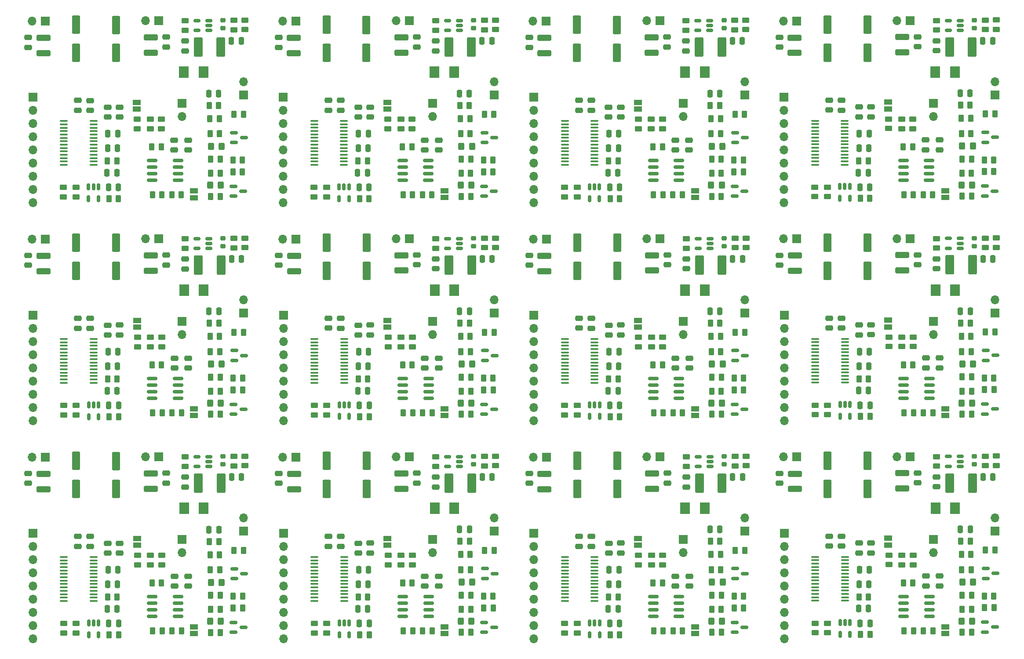
<source format=gbr>
%TF.GenerationSoftware,KiCad,Pcbnew,8.0.5*%
%TF.CreationDate,2024-10-20T11:29:55-04:00*%
%TF.ProjectId,power_glitcher_panel,706f7765-725f-4676-9c69-74636865725f,rev?*%
%TF.SameCoordinates,Original*%
%TF.FileFunction,Soldermask,Top*%
%TF.FilePolarity,Negative*%
%FSLAX46Y46*%
G04 Gerber Fmt 4.6, Leading zero omitted, Abs format (unit mm)*
G04 Created by KiCad (PCBNEW 8.0.5) date 2024-10-20 11:29:55*
%MOMM*%
%LPD*%
G01*
G04 APERTURE LIST*
G04 Aperture macros list*
%AMRoundRect*
0 Rectangle with rounded corners*
0 $1 Rounding radius*
0 $2 $3 $4 $5 $6 $7 $8 $9 X,Y pos of 4 corners*
0 Add a 4 corners polygon primitive as box body*
4,1,4,$2,$3,$4,$5,$6,$7,$8,$9,$2,$3,0*
0 Add four circle primitives for the rounded corners*
1,1,$1+$1,$2,$3*
1,1,$1+$1,$4,$5*
1,1,$1+$1,$6,$7*
1,1,$1+$1,$8,$9*
0 Add four rect primitives between the rounded corners*
20,1,$1+$1,$2,$3,$4,$5,0*
20,1,$1+$1,$4,$5,$6,$7,0*
20,1,$1+$1,$6,$7,$8,$9,0*
20,1,$1+$1,$8,$9,$2,$3,0*%
G04 Aperture macros list end*
%ADD10RoundRect,0.250000X0.475000X-0.250000X0.475000X0.250000X-0.475000X0.250000X-0.475000X-0.250000X0*%
%ADD11RoundRect,0.250000X-0.450000X0.262500X-0.450000X-0.262500X0.450000X-0.262500X0.450000X0.262500X0*%
%ADD12RoundRect,0.150000X-0.825000X-0.150000X0.825000X-0.150000X0.825000X0.150000X-0.825000X0.150000X0*%
%ADD13RoundRect,0.250000X-0.262500X-0.450000X0.262500X-0.450000X0.262500X0.450000X-0.262500X0.450000X0*%
%ADD14RoundRect,0.250000X-1.100000X0.325000X-1.100000X-0.325000X1.100000X-0.325000X1.100000X0.325000X0*%
%ADD15RoundRect,0.150000X-0.587500X-0.150000X0.587500X-0.150000X0.587500X0.150000X-0.587500X0.150000X0*%
%ADD16RoundRect,0.250000X-0.250000X-0.475000X0.250000X-0.475000X0.250000X0.475000X-0.250000X0.475000X0*%
%ADD17R,1.854500X2.286000*%
%ADD18RoundRect,0.250000X-0.475000X0.250000X-0.475000X-0.250000X0.475000X-0.250000X0.475000X0.250000X0*%
%ADD19RoundRect,0.250000X0.250000X0.475000X-0.250000X0.475000X-0.250000X-0.475000X0.250000X-0.475000X0*%
%ADD20RoundRect,0.250000X0.325000X0.450000X-0.325000X0.450000X-0.325000X-0.450000X0.325000X-0.450000X0*%
%ADD21RoundRect,0.250000X-0.550000X1.500000X-0.550000X-1.500000X0.550000X-1.500000X0.550000X1.500000X0*%
%ADD22RoundRect,0.250000X0.450000X-0.262500X0.450000X0.262500X-0.450000X0.262500X-0.450000X-0.262500X0*%
%ADD23R,1.700000X1.700000*%
%ADD24O,1.700000X1.700000*%
%ADD25RoundRect,0.250000X-0.325000X-0.450000X0.325000X-0.450000X0.325000X0.450000X-0.325000X0.450000X0*%
%ADD26RoundRect,0.250000X0.262500X0.450000X-0.262500X0.450000X-0.262500X-0.450000X0.262500X-0.450000X0*%
%ADD27RoundRect,0.150000X0.512500X0.150000X-0.512500X0.150000X-0.512500X-0.150000X0.512500X-0.150000X0*%
%ADD28RoundRect,0.225000X0.250000X-0.225000X0.250000X0.225000X-0.250000X0.225000X-0.250000X-0.225000X0*%
%ADD29RoundRect,0.250000X0.587500X1.625000X-0.587500X1.625000X-0.587500X-1.625000X0.587500X-1.625000X0*%
%ADD30RoundRect,0.100000X-0.637500X-0.100000X0.637500X-0.100000X0.637500X0.100000X-0.637500X0.100000X0*%
%ADD31R,1.500000X1.000000*%
%ADD32RoundRect,0.150000X-0.150000X0.512500X-0.150000X-0.512500X0.150000X-0.512500X0.150000X0.512500X0*%
G04 APERTURE END LIST*
D10*
%TO.C,C17*%
X220197000Y-83200600D03*
X220197000Y-81300600D03*
%TD*%
D11*
%TO.C,R21*%
X242195800Y-64579000D03*
X242195800Y-66404000D03*
%TD*%
D12*
%TO.C,U2*%
X226473800Y-91608000D03*
X226473800Y-92878000D03*
X226473800Y-94148000D03*
X226473800Y-95418000D03*
X231423800Y-95418000D03*
X231423800Y-94148000D03*
X231423800Y-92878000D03*
X231423800Y-91608000D03*
%TD*%
D13*
%TO.C,R17*%
X226535800Y-98212000D03*
X228360800Y-98212000D03*
%TD*%
D14*
%TO.C,C9*%
X205515800Y-67960600D03*
X205515800Y-70910600D03*
%TD*%
D15*
%TO.C,Q2*%
X242147200Y-96550800D03*
X242147200Y-98450800D03*
X244022200Y-97500800D03*
%TD*%
D16*
%TO.C,C4*%
X217773800Y-93946700D03*
X219673800Y-93946700D03*
%TD*%
%TO.C,C12*%
X218088800Y-96768000D03*
X219988800Y-96768000D03*
%TD*%
D10*
%TO.C,C11*%
X230726800Y-89571000D03*
X230726800Y-87671000D03*
%TD*%
D17*
%TO.C,L1*%
X232592300Y-74590000D03*
X236376800Y-74590000D03*
%TD*%
D14*
%TO.C,C5*%
X226196400Y-67859000D03*
X226196400Y-70809000D03*
%TD*%
D18*
%TO.C,C7*%
X229168200Y-67808200D03*
X229168200Y-69708200D03*
%TD*%
D13*
%TO.C,R7*%
X226421900Y-88966400D03*
X228246900Y-88966400D03*
%TD*%
D19*
%TO.C,C1*%
X239282600Y-78679400D03*
X237382600Y-78679400D03*
%TD*%
D10*
%TO.C,C16*%
X217885600Y-83210800D03*
X217885600Y-81310800D03*
%TD*%
D20*
%TO.C,D2*%
X239668300Y-96339000D03*
X237618300Y-96339000D03*
%TD*%
D15*
%TO.C,Q1*%
X242246500Y-86213000D03*
X242246500Y-88113000D03*
X244121500Y-87163000D03*
%TD*%
D10*
%TO.C,C18*%
X232795400Y-70470200D03*
X232795400Y-68570200D03*
%TD*%
%TO.C,C13*%
X233393800Y-89571000D03*
X233393800Y-87671000D03*
%TD*%
D13*
%TO.C,R5*%
X237735100Y-98491400D03*
X239560100Y-98491400D03*
%TD*%
D10*
%TO.C,C15*%
X212170600Y-81900200D03*
X212170600Y-80000200D03*
%TD*%
%TO.C,C14*%
X214532800Y-81925600D03*
X214532800Y-80025600D03*
%TD*%
D21*
%TO.C,C8*%
X211794600Y-65456200D03*
X211794600Y-70856200D03*
%TD*%
D22*
%TO.C,R9*%
X228274200Y-85484700D03*
X228274200Y-83659700D03*
%TD*%
D23*
%TO.C,J1*%
X203483800Y-79416000D03*
D24*
X203483800Y-81956000D03*
X203483800Y-84496000D03*
X203483800Y-87036000D03*
X203483800Y-89576000D03*
X203483800Y-92116000D03*
X203483800Y-94656000D03*
X203483800Y-97196000D03*
X203483800Y-99736000D03*
%TD*%
D25*
%TO.C,D1*%
X237773100Y-88839400D03*
X239823100Y-88839400D03*
%TD*%
D19*
%TO.C,C19*%
X243641200Y-68570200D03*
X241741200Y-68570200D03*
%TD*%
D26*
%TO.C,R11*%
X239282600Y-80965400D03*
X237457600Y-80965400D03*
%TD*%
D16*
%TO.C,C3*%
X217951600Y-86451800D03*
X219851600Y-86451800D03*
%TD*%
D18*
%TO.C,C10*%
X202594800Y-67884400D03*
X202594800Y-69784400D03*
%TD*%
D27*
%TO.C,U5*%
X237361900Y-66548400D03*
X237361900Y-65598400D03*
X237361900Y-64648400D03*
X235086900Y-64648400D03*
X235086900Y-66548400D03*
%TD*%
D28*
%TO.C,C20*%
X240113000Y-66128400D03*
X240113000Y-64578400D03*
%TD*%
D23*
%TO.C,J2*%
X205876400Y-64734800D03*
D24*
X203336400Y-64734800D03*
%TD*%
D13*
%TO.C,R1*%
X242015600Y-91506400D03*
X243840600Y-91506400D03*
%TD*%
D22*
%TO.C,R14*%
X209402000Y-98589200D03*
X209402000Y-96764200D03*
%TD*%
D26*
%TO.C,R4*%
X239456600Y-86426400D03*
X237631600Y-86426400D03*
%TD*%
D11*
%TO.C,R8*%
X226115200Y-83659700D03*
X226115200Y-85484700D03*
%TD*%
D23*
%TO.C,J3*%
X227750800Y-64684000D03*
D24*
X225210800Y-64684000D03*
%TD*%
D29*
%TO.C,D3*%
X239710400Y-69738600D03*
X235335400Y-69738600D03*
%TD*%
D30*
%TO.C,U1*%
X209442800Y-83973000D03*
X209442800Y-84623000D03*
X209442800Y-85273000D03*
X209442800Y-85923000D03*
X209442800Y-86573000D03*
X209442800Y-87223000D03*
X209442800Y-87873000D03*
X209442800Y-88523000D03*
X209442800Y-89173000D03*
X209442800Y-89823000D03*
X209442800Y-90473000D03*
X209442800Y-91123000D03*
X209442800Y-91773000D03*
X209442800Y-92423000D03*
X215167800Y-92423000D03*
X215167800Y-91773000D03*
X215167800Y-91123000D03*
X215167800Y-90473000D03*
X215167800Y-89823000D03*
X215167800Y-89173000D03*
X215167800Y-88523000D03*
X215167800Y-87873000D03*
X215167800Y-87223000D03*
X215167800Y-86573000D03*
X215167800Y-85923000D03*
X215167800Y-85273000D03*
X215167800Y-84623000D03*
X215167800Y-83973000D03*
%TD*%
D13*
%TO.C,R3*%
X242220700Y-82667200D03*
X244045700Y-82667200D03*
%TD*%
D23*
%TO.C,J5*%
X232236600Y-80609800D03*
D24*
X232236600Y-83149800D03*
%TD*%
D26*
%TO.C,R12*%
X219988800Y-98927000D03*
X218163800Y-98927000D03*
%TD*%
D16*
%TO.C,C2*%
X217885800Y-89239000D03*
X219785800Y-89239000D03*
%TD*%
D22*
%TO.C,R13*%
X211815000Y-98589200D03*
X211815000Y-96764200D03*
%TD*%
D31*
%TO.C,JP1*%
X223524400Y-80381200D03*
X223524400Y-81681200D03*
%TD*%
D23*
%TO.C,J4*%
X244073000Y-78989200D03*
D24*
X244073000Y-76449200D03*
%TD*%
D22*
%TO.C,R20*%
X244304000Y-66378600D03*
X244304000Y-64553600D03*
%TD*%
D13*
%TO.C,R6*%
X230265800Y-98212000D03*
X232090800Y-98212000D03*
%TD*%
D21*
%TO.C,C6*%
X219490800Y-65471400D03*
X219490800Y-70871400D03*
%TD*%
D26*
%TO.C,R16*%
X239422900Y-83505400D03*
X237597900Y-83505400D03*
%TD*%
D31*
%TO.C,JP2*%
X234505800Y-97439000D03*
X234505800Y-98739000D03*
%TD*%
D11*
%TO.C,R22*%
X232795400Y-64684000D03*
X232795400Y-66509000D03*
%TD*%
D32*
%TO.C,U3*%
X216117800Y-96641000D03*
X215167800Y-96641000D03*
X214217800Y-96641000D03*
X214217800Y-98916000D03*
X216117800Y-98916000D03*
%TD*%
D13*
%TO.C,R18*%
X237724900Y-94046400D03*
X239549900Y-94046400D03*
%TD*%
D26*
%TO.C,R19*%
X239562000Y-91328600D03*
X237737000Y-91328600D03*
%TD*%
%TO.C,R2*%
X243862200Y-93767000D03*
X242037200Y-93767000D03*
%TD*%
D22*
%TO.C,R10*%
X223626000Y-85459300D03*
X223626000Y-83634300D03*
%TD*%
D26*
%TO.C,R15*%
X219687100Y-91684200D03*
X217862100Y-91684200D03*
%TD*%
%TO.C,R2*%
X243862200Y-135767000D03*
X242037200Y-135767000D03*
%TD*%
D22*
%TO.C,R10*%
X223626000Y-127459300D03*
X223626000Y-125634300D03*
%TD*%
D26*
%TO.C,R15*%
X219687100Y-133684200D03*
X217862100Y-133684200D03*
%TD*%
D13*
%TO.C,R18*%
X237724900Y-136046400D03*
X239549900Y-136046400D03*
%TD*%
D26*
%TO.C,R19*%
X239562000Y-133328600D03*
X237737000Y-133328600D03*
%TD*%
D22*
%TO.C,R20*%
X244304000Y-108378600D03*
X244304000Y-106553600D03*
%TD*%
D13*
%TO.C,R6*%
X230265800Y-140212000D03*
X232090800Y-140212000D03*
%TD*%
D21*
%TO.C,C6*%
X219490800Y-107471400D03*
X219490800Y-112871400D03*
%TD*%
D26*
%TO.C,R16*%
X239422900Y-125505400D03*
X237597900Y-125505400D03*
%TD*%
D31*
%TO.C,JP2*%
X234505800Y-139439000D03*
X234505800Y-140739000D03*
%TD*%
D11*
%TO.C,R22*%
X232795400Y-106684000D03*
X232795400Y-108509000D03*
%TD*%
D32*
%TO.C,U3*%
X216117800Y-138641000D03*
X215167800Y-138641000D03*
X214217800Y-138641000D03*
X214217800Y-140916000D03*
X216117800Y-140916000D03*
%TD*%
D31*
%TO.C,JP1*%
X223524400Y-122381200D03*
X223524400Y-123681200D03*
%TD*%
D23*
%TO.C,J4*%
X244073000Y-120989200D03*
D24*
X244073000Y-118449200D03*
%TD*%
D10*
%TO.C,C14*%
X214532800Y-123925600D03*
X214532800Y-122025600D03*
%TD*%
D21*
%TO.C,C8*%
X211794600Y-107456200D03*
X211794600Y-112856200D03*
%TD*%
D22*
%TO.C,R9*%
X228274200Y-127484700D03*
X228274200Y-125659700D03*
%TD*%
D23*
%TO.C,J1*%
X203483800Y-121416000D03*
D24*
X203483800Y-123956000D03*
X203483800Y-126496000D03*
X203483800Y-129036000D03*
X203483800Y-131576000D03*
X203483800Y-134116000D03*
X203483800Y-136656000D03*
X203483800Y-139196000D03*
X203483800Y-141736000D03*
%TD*%
D25*
%TO.C,D1*%
X237773100Y-130839400D03*
X239823100Y-130839400D03*
%TD*%
D19*
%TO.C,C19*%
X243641200Y-110570200D03*
X241741200Y-110570200D03*
%TD*%
D26*
%TO.C,R11*%
X239282600Y-122965400D03*
X237457600Y-122965400D03*
%TD*%
D16*
%TO.C,C3*%
X217951600Y-128451800D03*
X219851600Y-128451800D03*
%TD*%
D18*
%TO.C,C10*%
X202594800Y-109884400D03*
X202594800Y-111784400D03*
%TD*%
D27*
%TO.C,U5*%
X237361900Y-108548400D03*
X237361900Y-107598400D03*
X237361900Y-106648400D03*
X235086900Y-106648400D03*
X235086900Y-108548400D03*
%TD*%
D28*
%TO.C,C20*%
X240113000Y-108128400D03*
X240113000Y-106578400D03*
%TD*%
D23*
%TO.C,J2*%
X205876400Y-106734800D03*
D24*
X203336400Y-106734800D03*
%TD*%
D13*
%TO.C,R1*%
X242015600Y-133506400D03*
X243840600Y-133506400D03*
%TD*%
D22*
%TO.C,R14*%
X209402000Y-140589200D03*
X209402000Y-138764200D03*
%TD*%
D26*
%TO.C,R4*%
X239456600Y-128426400D03*
X237631600Y-128426400D03*
%TD*%
D11*
%TO.C,R8*%
X226115200Y-125659700D03*
X226115200Y-127484700D03*
%TD*%
D23*
%TO.C,J3*%
X227750800Y-106684000D03*
D24*
X225210800Y-106684000D03*
%TD*%
D29*
%TO.C,D3*%
X239710400Y-111738600D03*
X235335400Y-111738600D03*
%TD*%
D30*
%TO.C,U1*%
X209442800Y-125973000D03*
X209442800Y-126623000D03*
X209442800Y-127273000D03*
X209442800Y-127923000D03*
X209442800Y-128573000D03*
X209442800Y-129223000D03*
X209442800Y-129873000D03*
X209442800Y-130523000D03*
X209442800Y-131173000D03*
X209442800Y-131823000D03*
X209442800Y-132473000D03*
X209442800Y-133123000D03*
X209442800Y-133773000D03*
X209442800Y-134423000D03*
X215167800Y-134423000D03*
X215167800Y-133773000D03*
X215167800Y-133123000D03*
X215167800Y-132473000D03*
X215167800Y-131823000D03*
X215167800Y-131173000D03*
X215167800Y-130523000D03*
X215167800Y-129873000D03*
X215167800Y-129223000D03*
X215167800Y-128573000D03*
X215167800Y-127923000D03*
X215167800Y-127273000D03*
X215167800Y-126623000D03*
X215167800Y-125973000D03*
%TD*%
D13*
%TO.C,R3*%
X242220700Y-124667200D03*
X244045700Y-124667200D03*
%TD*%
D23*
%TO.C,J5*%
X232236600Y-122609800D03*
D24*
X232236600Y-125149800D03*
%TD*%
D26*
%TO.C,R12*%
X219988800Y-140927000D03*
X218163800Y-140927000D03*
%TD*%
D16*
%TO.C,C2*%
X217885800Y-131239000D03*
X219785800Y-131239000D03*
%TD*%
D22*
%TO.C,R13*%
X211815000Y-140589200D03*
X211815000Y-138764200D03*
%TD*%
D13*
%TO.C,R17*%
X226535800Y-140212000D03*
X228360800Y-140212000D03*
%TD*%
D14*
%TO.C,C9*%
X205515800Y-109960600D03*
X205515800Y-112910600D03*
%TD*%
D15*
%TO.C,Q2*%
X242147200Y-138550800D03*
X242147200Y-140450800D03*
X244022200Y-139500800D03*
%TD*%
D16*
%TO.C,C4*%
X217773800Y-135946700D03*
X219673800Y-135946700D03*
%TD*%
%TO.C,C12*%
X218088800Y-138768000D03*
X219988800Y-138768000D03*
%TD*%
D10*
%TO.C,C11*%
X230726800Y-131571000D03*
X230726800Y-129671000D03*
%TD*%
D17*
%TO.C,L1*%
X232592300Y-116590000D03*
X236376800Y-116590000D03*
%TD*%
D14*
%TO.C,C5*%
X226196400Y-109859000D03*
X226196400Y-112809000D03*
%TD*%
D18*
%TO.C,C7*%
X229168200Y-109808200D03*
X229168200Y-111708200D03*
%TD*%
D13*
%TO.C,R7*%
X226421900Y-130966400D03*
X228246900Y-130966400D03*
%TD*%
D19*
%TO.C,C1*%
X239282600Y-120679400D03*
X237382600Y-120679400D03*
%TD*%
D10*
%TO.C,C16*%
X217885600Y-125210800D03*
X217885600Y-123310800D03*
%TD*%
D20*
%TO.C,D2*%
X239668300Y-138339000D03*
X237618300Y-138339000D03*
%TD*%
D15*
%TO.C,Q1*%
X242246500Y-128213000D03*
X242246500Y-130113000D03*
X244121500Y-129163000D03*
%TD*%
D10*
%TO.C,C18*%
X232795400Y-112470200D03*
X232795400Y-110570200D03*
%TD*%
%TO.C,C13*%
X233393800Y-131571000D03*
X233393800Y-129671000D03*
%TD*%
D13*
%TO.C,R5*%
X237735100Y-140491400D03*
X239560100Y-140491400D03*
%TD*%
D10*
%TO.C,C15*%
X212170600Y-123900200D03*
X212170600Y-122000200D03*
%TD*%
%TO.C,C17*%
X220197000Y-125200600D03*
X220197000Y-123300600D03*
%TD*%
D11*
%TO.C,R21*%
X242195800Y-106579000D03*
X242195800Y-108404000D03*
%TD*%
D12*
%TO.C,U2*%
X226473800Y-133608000D03*
X226473800Y-134878000D03*
X226473800Y-136148000D03*
X226473800Y-137418000D03*
X231423800Y-137418000D03*
X231423800Y-136148000D03*
X231423800Y-134878000D03*
X231423800Y-133608000D03*
%TD*%
D10*
%TO.C,C17*%
X220171000Y-41217800D03*
X220171000Y-39317800D03*
%TD*%
D11*
%TO.C,R21*%
X242169800Y-22596200D03*
X242169800Y-24421200D03*
%TD*%
D12*
%TO.C,U2*%
X226447800Y-49625200D03*
X226447800Y-50895200D03*
X226447800Y-52165200D03*
X226447800Y-53435200D03*
X231397800Y-53435200D03*
X231397800Y-52165200D03*
X231397800Y-50895200D03*
X231397800Y-49625200D03*
%TD*%
D13*
%TO.C,R17*%
X226509800Y-56229200D03*
X228334800Y-56229200D03*
%TD*%
D14*
%TO.C,C9*%
X205489800Y-25977800D03*
X205489800Y-28927800D03*
%TD*%
D15*
%TO.C,Q2*%
X242121200Y-54568000D03*
X242121200Y-56468000D03*
X243996200Y-55518000D03*
%TD*%
D16*
%TO.C,C4*%
X217747800Y-51963900D03*
X219647800Y-51963900D03*
%TD*%
%TO.C,C12*%
X218062800Y-54785200D03*
X219962800Y-54785200D03*
%TD*%
D10*
%TO.C,C11*%
X230700800Y-47588200D03*
X230700800Y-45688200D03*
%TD*%
D17*
%TO.C,L1*%
X232566300Y-32607200D03*
X236350800Y-32607200D03*
%TD*%
D14*
%TO.C,C5*%
X226170400Y-25876200D03*
X226170400Y-28826200D03*
%TD*%
D18*
%TO.C,C7*%
X229142200Y-25825400D03*
X229142200Y-27725400D03*
%TD*%
D13*
%TO.C,R7*%
X226395900Y-46983600D03*
X228220900Y-46983600D03*
%TD*%
D19*
%TO.C,C1*%
X239256600Y-36696600D03*
X237356600Y-36696600D03*
%TD*%
D10*
%TO.C,C16*%
X217859600Y-41228000D03*
X217859600Y-39328000D03*
%TD*%
D20*
%TO.C,D2*%
X239642300Y-54356200D03*
X237592300Y-54356200D03*
%TD*%
D15*
%TO.C,Q1*%
X242220500Y-44230200D03*
X242220500Y-46130200D03*
X244095500Y-45180200D03*
%TD*%
D10*
%TO.C,C18*%
X232769400Y-28487400D03*
X232769400Y-26587400D03*
%TD*%
%TO.C,C13*%
X233367800Y-47588200D03*
X233367800Y-45688200D03*
%TD*%
D13*
%TO.C,R5*%
X237709100Y-56508600D03*
X239534100Y-56508600D03*
%TD*%
D10*
%TO.C,C15*%
X212144600Y-39917400D03*
X212144600Y-38017400D03*
%TD*%
%TO.C,C14*%
X214506800Y-39942800D03*
X214506800Y-38042800D03*
%TD*%
D21*
%TO.C,C8*%
X211768600Y-23473400D03*
X211768600Y-28873400D03*
%TD*%
D22*
%TO.C,R9*%
X228248200Y-43501900D03*
X228248200Y-41676900D03*
%TD*%
D23*
%TO.C,J1*%
X203457800Y-37433200D03*
D24*
X203457800Y-39973200D03*
X203457800Y-42513200D03*
X203457800Y-45053200D03*
X203457800Y-47593200D03*
X203457800Y-50133200D03*
X203457800Y-52673200D03*
X203457800Y-55213200D03*
X203457800Y-57753200D03*
%TD*%
D25*
%TO.C,D1*%
X237747100Y-46856600D03*
X239797100Y-46856600D03*
%TD*%
D19*
%TO.C,C19*%
X243615200Y-26587400D03*
X241715200Y-26587400D03*
%TD*%
D26*
%TO.C,R11*%
X239256600Y-38982600D03*
X237431600Y-38982600D03*
%TD*%
D16*
%TO.C,C3*%
X217925600Y-44469000D03*
X219825600Y-44469000D03*
%TD*%
D18*
%TO.C,C10*%
X202568800Y-25901600D03*
X202568800Y-27801600D03*
%TD*%
D27*
%TO.C,U5*%
X237335900Y-24565600D03*
X237335900Y-23615600D03*
X237335900Y-22665600D03*
X235060900Y-22665600D03*
X235060900Y-24565600D03*
%TD*%
D28*
%TO.C,C20*%
X240087000Y-24145600D03*
X240087000Y-22595600D03*
%TD*%
D24*
%TO.C,J2*%
X203310400Y-22752000D03*
D23*
X205850400Y-22752000D03*
%TD*%
D13*
%TO.C,R1*%
X241989600Y-49523600D03*
X243814600Y-49523600D03*
%TD*%
D22*
%TO.C,R14*%
X209376000Y-56606400D03*
X209376000Y-54781400D03*
%TD*%
D26*
%TO.C,R4*%
X239430600Y-44443600D03*
X237605600Y-44443600D03*
%TD*%
D11*
%TO.C,R8*%
X226089200Y-41676900D03*
X226089200Y-43501900D03*
%TD*%
D24*
%TO.C,J3*%
X225184800Y-22701200D03*
D23*
X227724800Y-22701200D03*
%TD*%
D29*
%TO.C,D3*%
X239684400Y-27755800D03*
X235309400Y-27755800D03*
%TD*%
D30*
%TO.C,U1*%
X209416800Y-41990200D03*
X209416800Y-42640200D03*
X209416800Y-43290200D03*
X209416800Y-43940200D03*
X209416800Y-44590200D03*
X209416800Y-45240200D03*
X209416800Y-45890200D03*
X209416800Y-46540200D03*
X209416800Y-47190200D03*
X209416800Y-47840200D03*
X209416800Y-48490200D03*
X209416800Y-49140200D03*
X209416800Y-49790200D03*
X209416800Y-50440200D03*
X215141800Y-50440200D03*
X215141800Y-49790200D03*
X215141800Y-49140200D03*
X215141800Y-48490200D03*
X215141800Y-47840200D03*
X215141800Y-47190200D03*
X215141800Y-46540200D03*
X215141800Y-45890200D03*
X215141800Y-45240200D03*
X215141800Y-44590200D03*
X215141800Y-43940200D03*
X215141800Y-43290200D03*
X215141800Y-42640200D03*
X215141800Y-41990200D03*
%TD*%
D13*
%TO.C,R3*%
X242194700Y-40684400D03*
X244019700Y-40684400D03*
%TD*%
D23*
%TO.C,J5*%
X232210600Y-38627000D03*
D24*
X232210600Y-41167000D03*
%TD*%
D26*
%TO.C,R12*%
X219962800Y-56944200D03*
X218137800Y-56944200D03*
%TD*%
D16*
%TO.C,C2*%
X217859800Y-47256200D03*
X219759800Y-47256200D03*
%TD*%
D22*
%TO.C,R13*%
X211789000Y-56606400D03*
X211789000Y-54781400D03*
%TD*%
D31*
%TO.C,JP1*%
X223498400Y-38398400D03*
X223498400Y-39698400D03*
%TD*%
D23*
%TO.C,J4*%
X244047000Y-37006400D03*
D24*
X244047000Y-34466400D03*
%TD*%
D22*
%TO.C,R20*%
X244278000Y-24395800D03*
X244278000Y-22570800D03*
%TD*%
D13*
%TO.C,R6*%
X230239800Y-56229200D03*
X232064800Y-56229200D03*
%TD*%
D21*
%TO.C,C6*%
X219464800Y-23488600D03*
X219464800Y-28888600D03*
%TD*%
D26*
%TO.C,R16*%
X239396900Y-41522600D03*
X237571900Y-41522600D03*
%TD*%
D31*
%TO.C,JP2*%
X234479800Y-55456200D03*
X234479800Y-56756200D03*
%TD*%
D11*
%TO.C,R22*%
X232769400Y-22701200D03*
X232769400Y-24526200D03*
%TD*%
D32*
%TO.C,U3*%
X216091800Y-54658200D03*
X215141800Y-54658200D03*
X214191800Y-54658200D03*
X214191800Y-56933200D03*
X216091800Y-56933200D03*
%TD*%
D26*
%TO.C,R2*%
X243836200Y-51784200D03*
X242011200Y-51784200D03*
%TD*%
D22*
%TO.C,R10*%
X223600000Y-43476500D03*
X223600000Y-41651500D03*
%TD*%
D26*
%TO.C,R15*%
X219661100Y-49701400D03*
X217836100Y-49701400D03*
%TD*%
D13*
%TO.C,R18*%
X237698900Y-52063600D03*
X239523900Y-52063600D03*
%TD*%
D26*
%TO.C,R19*%
X239536000Y-49345800D03*
X237711000Y-49345800D03*
%TD*%
D17*
%TO.C,L1*%
X136152500Y-116618400D03*
X139937000Y-116618400D03*
%TD*%
D21*
%TO.C,C8*%
X115354800Y-107484600D03*
X115354800Y-112884600D03*
%TD*%
D13*
%TO.C,R7*%
X129982100Y-130994800D03*
X131807100Y-130994800D03*
%TD*%
D20*
%TO.C,D2*%
X143228500Y-138367400D03*
X141178500Y-138367400D03*
%TD*%
D11*
%TO.C,R21*%
X145756000Y-106607400D03*
X145756000Y-108432400D03*
%TD*%
D10*
%TO.C,C11*%
X134287000Y-131599400D03*
X134287000Y-129699400D03*
%TD*%
D12*
%TO.C,U2*%
X130034000Y-133636400D03*
X130034000Y-134906400D03*
X130034000Y-136176400D03*
X130034000Y-137446400D03*
X134984000Y-137446400D03*
X134984000Y-136176400D03*
X134984000Y-134906400D03*
X134984000Y-133636400D03*
%TD*%
D15*
%TO.C,Q1*%
X145806700Y-128241400D03*
X145806700Y-130141400D03*
X147681700Y-129191400D03*
%TD*%
D18*
%TO.C,C7*%
X132728400Y-109836600D03*
X132728400Y-111736600D03*
%TD*%
D13*
%TO.C,R17*%
X130096000Y-140240400D03*
X131921000Y-140240400D03*
%TD*%
D15*
%TO.C,Q2*%
X145707400Y-138579200D03*
X145707400Y-140479200D03*
X147582400Y-139529200D03*
%TD*%
D10*
%TO.C,C16*%
X121445800Y-125239200D03*
X121445800Y-123339200D03*
%TD*%
D19*
%TO.C,C1*%
X142842800Y-120707800D03*
X140942800Y-120707800D03*
%TD*%
D22*
%TO.C,R9*%
X131834400Y-127513100D03*
X131834400Y-125688100D03*
%TD*%
D16*
%TO.C,C4*%
X121334000Y-135975100D03*
X123234000Y-135975100D03*
%TD*%
%TO.C,C12*%
X121649000Y-138796400D03*
X123549000Y-138796400D03*
%TD*%
D14*
%TO.C,C9*%
X109076000Y-109989000D03*
X109076000Y-112939000D03*
%TD*%
D10*
%TO.C,C17*%
X123757200Y-125229000D03*
X123757200Y-123329000D03*
%TD*%
%TO.C,C14*%
X118093000Y-123954000D03*
X118093000Y-122054000D03*
%TD*%
D14*
%TO.C,C5*%
X129756600Y-109887400D03*
X129756600Y-112837400D03*
%TD*%
D10*
%TO.C,C18*%
X136355600Y-112498600D03*
X136355600Y-110598600D03*
%TD*%
%TO.C,C15*%
X115730800Y-123928600D03*
X115730800Y-122028600D03*
%TD*%
%TO.C,C13*%
X136954000Y-131599400D03*
X136954000Y-129699400D03*
%TD*%
D13*
%TO.C,R5*%
X141295300Y-140519800D03*
X143120300Y-140519800D03*
%TD*%
D10*
%TO.C,C17*%
X75507200Y-125234400D03*
X75507200Y-123334400D03*
%TD*%
D11*
%TO.C,R21*%
X97506000Y-106612800D03*
X97506000Y-108437800D03*
%TD*%
D12*
%TO.C,U2*%
X81784000Y-133641800D03*
X81784000Y-134911800D03*
X81784000Y-136181800D03*
X81784000Y-137451800D03*
X86734000Y-137451800D03*
X86734000Y-136181800D03*
X86734000Y-134911800D03*
X86734000Y-133641800D03*
%TD*%
D25*
%TO.C,D1*%
X141333300Y-130867800D03*
X143383300Y-130867800D03*
%TD*%
D23*
%TO.C,J1*%
X107044000Y-121444400D03*
D24*
X107044000Y-123984400D03*
X107044000Y-126524400D03*
X107044000Y-129064400D03*
X107044000Y-131604400D03*
X107044000Y-134144400D03*
X107044000Y-136684400D03*
X107044000Y-139224400D03*
X107044000Y-141764400D03*
%TD*%
D10*
%TO.C,C17*%
X171993200Y-125229000D03*
X171993200Y-123329000D03*
%TD*%
D11*
%TO.C,R21*%
X193992000Y-106607400D03*
X193992000Y-108432400D03*
%TD*%
D12*
%TO.C,U2*%
X178270000Y-133636400D03*
X178270000Y-134906400D03*
X178270000Y-136176400D03*
X178270000Y-137446400D03*
X183220000Y-137446400D03*
X183220000Y-136176400D03*
X183220000Y-134906400D03*
X183220000Y-133636400D03*
%TD*%
D13*
%TO.C,R17*%
X178332000Y-140240400D03*
X180157000Y-140240400D03*
%TD*%
D14*
%TO.C,C9*%
X157312000Y-109989000D03*
X157312000Y-112939000D03*
%TD*%
D15*
%TO.C,Q2*%
X193943400Y-138579200D03*
X193943400Y-140479200D03*
X195818400Y-139529200D03*
%TD*%
D16*
%TO.C,C4*%
X169570000Y-135975100D03*
X171470000Y-135975100D03*
%TD*%
%TO.C,C12*%
X169885000Y-138796400D03*
X171785000Y-138796400D03*
%TD*%
D10*
%TO.C,C11*%
X182523000Y-131599400D03*
X182523000Y-129699400D03*
%TD*%
D17*
%TO.C,L1*%
X184388500Y-116618400D03*
X188173000Y-116618400D03*
%TD*%
D14*
%TO.C,C5*%
X177992600Y-109887400D03*
X177992600Y-112837400D03*
%TD*%
D18*
%TO.C,C7*%
X180964400Y-109836600D03*
X180964400Y-111736600D03*
%TD*%
D13*
%TO.C,R7*%
X178218100Y-130994800D03*
X180043100Y-130994800D03*
%TD*%
D19*
%TO.C,C1*%
X191078800Y-120707800D03*
X189178800Y-120707800D03*
%TD*%
D10*
%TO.C,C16*%
X169681800Y-125239200D03*
X169681800Y-123339200D03*
%TD*%
D20*
%TO.C,D2*%
X191464500Y-138367400D03*
X189414500Y-138367400D03*
%TD*%
D15*
%TO.C,Q1*%
X194042700Y-128241400D03*
X194042700Y-130141400D03*
X195917700Y-129191400D03*
%TD*%
D10*
%TO.C,C18*%
X184591600Y-112498600D03*
X184591600Y-110598600D03*
%TD*%
%TO.C,C13*%
X185190000Y-131599400D03*
X185190000Y-129699400D03*
%TD*%
D13*
%TO.C,R5*%
X189531300Y-140519800D03*
X191356300Y-140519800D03*
%TD*%
D10*
%TO.C,C15*%
X163966800Y-123928600D03*
X163966800Y-122028600D03*
%TD*%
%TO.C,C14*%
X166329000Y-123954000D03*
X166329000Y-122054000D03*
%TD*%
D21*
%TO.C,C8*%
X163590800Y-107484600D03*
X163590800Y-112884600D03*
%TD*%
D22*
%TO.C,R9*%
X180070400Y-127513100D03*
X180070400Y-125688100D03*
%TD*%
D23*
%TO.C,J1*%
X155280000Y-121444400D03*
D24*
X155280000Y-123984400D03*
X155280000Y-126524400D03*
X155280000Y-129064400D03*
X155280000Y-131604400D03*
X155280000Y-134144400D03*
X155280000Y-136684400D03*
X155280000Y-139224400D03*
X155280000Y-141764400D03*
%TD*%
D25*
%TO.C,D1*%
X189569300Y-130867800D03*
X191619300Y-130867800D03*
%TD*%
D19*
%TO.C,C19*%
X195437400Y-110598600D03*
X193537400Y-110598600D03*
%TD*%
D26*
%TO.C,R11*%
X191078800Y-122993800D03*
X189253800Y-122993800D03*
%TD*%
D16*
%TO.C,C3*%
X169747800Y-128480200D03*
X171647800Y-128480200D03*
%TD*%
D18*
%TO.C,C10*%
X154391000Y-109912800D03*
X154391000Y-111812800D03*
%TD*%
D27*
%TO.C,U5*%
X189158100Y-108576800D03*
X189158100Y-107626800D03*
X189158100Y-106676800D03*
X186883100Y-106676800D03*
X186883100Y-108576800D03*
%TD*%
D28*
%TO.C,C20*%
X191909200Y-108156800D03*
X191909200Y-106606800D03*
%TD*%
D23*
%TO.C,J2*%
X157672600Y-106763200D03*
D24*
X155132600Y-106763200D03*
%TD*%
D13*
%TO.C,R1*%
X193811800Y-133534800D03*
X195636800Y-133534800D03*
%TD*%
D22*
%TO.C,R14*%
X161198200Y-140617600D03*
X161198200Y-138792600D03*
%TD*%
D26*
%TO.C,R4*%
X191252800Y-128454800D03*
X189427800Y-128454800D03*
%TD*%
D11*
%TO.C,R8*%
X177911400Y-125688100D03*
X177911400Y-127513100D03*
%TD*%
D23*
%TO.C,J3*%
X179547000Y-106712400D03*
D24*
X177007000Y-106712400D03*
%TD*%
D29*
%TO.C,D3*%
X191506600Y-111767000D03*
X187131600Y-111767000D03*
%TD*%
D30*
%TO.C,U1*%
X161239000Y-126001400D03*
X161239000Y-126651400D03*
X161239000Y-127301400D03*
X161239000Y-127951400D03*
X161239000Y-128601400D03*
X161239000Y-129251400D03*
X161239000Y-129901400D03*
X161239000Y-130551400D03*
X161239000Y-131201400D03*
X161239000Y-131851400D03*
X161239000Y-132501400D03*
X161239000Y-133151400D03*
X161239000Y-133801400D03*
X161239000Y-134451400D03*
X166964000Y-134451400D03*
X166964000Y-133801400D03*
X166964000Y-133151400D03*
X166964000Y-132501400D03*
X166964000Y-131851400D03*
X166964000Y-131201400D03*
X166964000Y-130551400D03*
X166964000Y-129901400D03*
X166964000Y-129251400D03*
X166964000Y-128601400D03*
X166964000Y-127951400D03*
X166964000Y-127301400D03*
X166964000Y-126651400D03*
X166964000Y-126001400D03*
%TD*%
D13*
%TO.C,R3*%
X194016900Y-124695600D03*
X195841900Y-124695600D03*
%TD*%
D23*
%TO.C,J5*%
X184032800Y-122638200D03*
D24*
X184032800Y-125178200D03*
%TD*%
D26*
%TO.C,R12*%
X171785000Y-140955400D03*
X169960000Y-140955400D03*
%TD*%
D16*
%TO.C,C2*%
X169682000Y-131267400D03*
X171582000Y-131267400D03*
%TD*%
D22*
%TO.C,R13*%
X163611200Y-140617600D03*
X163611200Y-138792600D03*
%TD*%
D31*
%TO.C,JP1*%
X175320600Y-122409600D03*
X175320600Y-123709600D03*
%TD*%
D23*
%TO.C,J4*%
X195869200Y-121017600D03*
D24*
X195869200Y-118477600D03*
%TD*%
D22*
%TO.C,R20*%
X196100200Y-108407000D03*
X196100200Y-106582000D03*
%TD*%
D13*
%TO.C,R6*%
X182062000Y-140240400D03*
X183887000Y-140240400D03*
%TD*%
D21*
%TO.C,C6*%
X171287000Y-107499800D03*
X171287000Y-112899800D03*
%TD*%
D26*
%TO.C,R16*%
X191219100Y-125533800D03*
X189394100Y-125533800D03*
%TD*%
D31*
%TO.C,JP2*%
X186302000Y-139467400D03*
X186302000Y-140767400D03*
%TD*%
D11*
%TO.C,R22*%
X184591600Y-106712400D03*
X184591600Y-108537400D03*
%TD*%
D32*
%TO.C,U3*%
X167914000Y-138669400D03*
X166964000Y-138669400D03*
X166014000Y-138669400D03*
X166014000Y-140944400D03*
X167914000Y-140944400D03*
%TD*%
D19*
%TO.C,C19*%
X147201400Y-110598600D03*
X145301400Y-110598600D03*
%TD*%
D26*
%TO.C,R11*%
X142842800Y-122993800D03*
X141017800Y-122993800D03*
%TD*%
D16*
%TO.C,C3*%
X121511800Y-128480200D03*
X123411800Y-128480200D03*
%TD*%
D18*
%TO.C,C10*%
X106155000Y-109912800D03*
X106155000Y-111812800D03*
%TD*%
D27*
%TO.C,U5*%
X140922100Y-108576800D03*
X140922100Y-107626800D03*
X140922100Y-106676800D03*
X138647100Y-106676800D03*
X138647100Y-108576800D03*
%TD*%
D28*
%TO.C,C20*%
X143673200Y-108156800D03*
X143673200Y-106606800D03*
%TD*%
D23*
%TO.C,J2*%
X109436600Y-106763200D03*
D24*
X106896600Y-106763200D03*
%TD*%
D13*
%TO.C,R1*%
X145575800Y-133534800D03*
X147400800Y-133534800D03*
%TD*%
D22*
%TO.C,R14*%
X112962200Y-140617600D03*
X112962200Y-138792600D03*
%TD*%
D26*
%TO.C,R4*%
X143016800Y-128454800D03*
X141191800Y-128454800D03*
%TD*%
D21*
%TO.C,C6*%
X123051000Y-107499800D03*
X123051000Y-112899800D03*
%TD*%
D26*
%TO.C,R16*%
X142983100Y-125533800D03*
X141158100Y-125533800D03*
%TD*%
D31*
%TO.C,JP2*%
X138066000Y-139467400D03*
X138066000Y-140767400D03*
%TD*%
D11*
%TO.C,R22*%
X136355600Y-106712400D03*
X136355600Y-108537400D03*
%TD*%
%TO.C,R8*%
X129675400Y-125688100D03*
X129675400Y-127513100D03*
%TD*%
D23*
%TO.C,J3*%
X131311000Y-106712400D03*
D24*
X128771000Y-106712400D03*
%TD*%
D29*
%TO.C,D3*%
X143270600Y-111767000D03*
X138895600Y-111767000D03*
%TD*%
D30*
%TO.C,U1*%
X113003000Y-126001400D03*
X113003000Y-126651400D03*
X113003000Y-127301400D03*
X113003000Y-127951400D03*
X113003000Y-128601400D03*
X113003000Y-129251400D03*
X113003000Y-129901400D03*
X113003000Y-130551400D03*
X113003000Y-131201400D03*
X113003000Y-131851400D03*
X113003000Y-132501400D03*
X113003000Y-133151400D03*
X113003000Y-133801400D03*
X113003000Y-134451400D03*
X118728000Y-134451400D03*
X118728000Y-133801400D03*
X118728000Y-133151400D03*
X118728000Y-132501400D03*
X118728000Y-131851400D03*
X118728000Y-131201400D03*
X118728000Y-130551400D03*
X118728000Y-129901400D03*
X118728000Y-129251400D03*
X118728000Y-128601400D03*
X118728000Y-127951400D03*
X118728000Y-127301400D03*
X118728000Y-126651400D03*
X118728000Y-126001400D03*
%TD*%
D13*
%TO.C,R3*%
X145780900Y-124695600D03*
X147605900Y-124695600D03*
%TD*%
D23*
%TO.C,J5*%
X135796800Y-122638200D03*
D24*
X135796800Y-125178200D03*
%TD*%
D26*
%TO.C,R12*%
X123549000Y-140955400D03*
X121724000Y-140955400D03*
%TD*%
D16*
%TO.C,C2*%
X121446000Y-131267400D03*
X123346000Y-131267400D03*
%TD*%
D22*
%TO.C,R13*%
X115375200Y-140617600D03*
X115375200Y-138792600D03*
%TD*%
D31*
%TO.C,JP1*%
X127084600Y-122409600D03*
X127084600Y-123709600D03*
%TD*%
D23*
%TO.C,J4*%
X147633200Y-121017600D03*
D24*
X147633200Y-118477600D03*
%TD*%
D22*
%TO.C,R20*%
X147864200Y-108407000D03*
X147864200Y-106582000D03*
%TD*%
D13*
%TO.C,R18*%
X141285100Y-136074800D03*
X143110100Y-136074800D03*
%TD*%
%TO.C,R6*%
X133826000Y-140240400D03*
X135651000Y-140240400D03*
%TD*%
D22*
%TO.C,R10*%
X127186200Y-127487700D03*
X127186200Y-125662700D03*
%TD*%
D26*
%TO.C,R15*%
X123247300Y-133712600D03*
X121422300Y-133712600D03*
%TD*%
%TO.C,R2*%
X195658400Y-135795400D03*
X193833400Y-135795400D03*
%TD*%
D22*
%TO.C,R10*%
X175422200Y-127487700D03*
X175422200Y-125662700D03*
%TD*%
D26*
%TO.C,R15*%
X171483300Y-133712600D03*
X169658300Y-133712600D03*
%TD*%
%TO.C,R2*%
X147422400Y-135795400D03*
X145597400Y-135795400D03*
%TD*%
D13*
%TO.C,R18*%
X189521100Y-136074800D03*
X191346100Y-136074800D03*
%TD*%
D26*
%TO.C,R19*%
X191358200Y-133357000D03*
X189533200Y-133357000D03*
%TD*%
D32*
%TO.C,U3*%
X119678000Y-138669400D03*
X118728000Y-138669400D03*
X117778000Y-138669400D03*
X117778000Y-140944400D03*
X119678000Y-140944400D03*
%TD*%
D26*
%TO.C,R19*%
X143122200Y-133357000D03*
X141297200Y-133357000D03*
%TD*%
D13*
%TO.C,R17*%
X81846000Y-140245800D03*
X83671000Y-140245800D03*
%TD*%
D14*
%TO.C,C9*%
X60826000Y-109994400D03*
X60826000Y-112944400D03*
%TD*%
D15*
%TO.C,Q2*%
X97457400Y-138584600D03*
X97457400Y-140484600D03*
X99332400Y-139534600D03*
%TD*%
D16*
%TO.C,C4*%
X73084000Y-135980500D03*
X74984000Y-135980500D03*
%TD*%
%TO.C,C12*%
X73399000Y-138801800D03*
X75299000Y-138801800D03*
%TD*%
D10*
%TO.C,C11*%
X86037000Y-131604800D03*
X86037000Y-129704800D03*
%TD*%
D17*
%TO.C,L1*%
X87902500Y-116623800D03*
X91687000Y-116623800D03*
%TD*%
D14*
%TO.C,C5*%
X81506600Y-109892800D03*
X81506600Y-112842800D03*
%TD*%
D18*
%TO.C,C7*%
X84478400Y-109842000D03*
X84478400Y-111742000D03*
%TD*%
D13*
%TO.C,R7*%
X81732100Y-131000200D03*
X83557100Y-131000200D03*
%TD*%
D19*
%TO.C,C1*%
X94592800Y-120713200D03*
X92692800Y-120713200D03*
%TD*%
D10*
%TO.C,C16*%
X73195800Y-125244600D03*
X73195800Y-123344600D03*
%TD*%
D20*
%TO.C,D2*%
X94978500Y-138372800D03*
X92928500Y-138372800D03*
%TD*%
D15*
%TO.C,Q1*%
X97556700Y-128246800D03*
X97556700Y-130146800D03*
X99431700Y-129196800D03*
%TD*%
D10*
%TO.C,C18*%
X88105600Y-112504000D03*
X88105600Y-110604000D03*
%TD*%
%TO.C,C13*%
X88704000Y-131604800D03*
X88704000Y-129704800D03*
%TD*%
D13*
%TO.C,R5*%
X93045300Y-140525200D03*
X94870300Y-140525200D03*
%TD*%
D10*
%TO.C,C15*%
X67480800Y-123934000D03*
X67480800Y-122034000D03*
%TD*%
%TO.C,C14*%
X69843000Y-123959400D03*
X69843000Y-122059400D03*
%TD*%
D21*
%TO.C,C8*%
X67104800Y-107490000D03*
X67104800Y-112890000D03*
%TD*%
D22*
%TO.C,R9*%
X83584400Y-127518500D03*
X83584400Y-125693500D03*
%TD*%
D23*
%TO.C,J1*%
X58794000Y-121449800D03*
D24*
X58794000Y-123989800D03*
X58794000Y-126529800D03*
X58794000Y-129069800D03*
X58794000Y-131609800D03*
X58794000Y-134149800D03*
X58794000Y-136689800D03*
X58794000Y-139229800D03*
X58794000Y-141769800D03*
%TD*%
D25*
%TO.C,D1*%
X93083300Y-130873200D03*
X95133300Y-130873200D03*
%TD*%
D19*
%TO.C,C19*%
X98951400Y-110604000D03*
X97051400Y-110604000D03*
%TD*%
D26*
%TO.C,R11*%
X94592800Y-122999200D03*
X92767800Y-122999200D03*
%TD*%
D16*
%TO.C,C3*%
X73261800Y-128485600D03*
X75161800Y-128485600D03*
%TD*%
D18*
%TO.C,C10*%
X57905000Y-109918200D03*
X57905000Y-111818200D03*
%TD*%
D27*
%TO.C,U5*%
X92672100Y-108582200D03*
X92672100Y-107632200D03*
X92672100Y-106682200D03*
X90397100Y-106682200D03*
X90397100Y-108582200D03*
%TD*%
D28*
%TO.C,C20*%
X95423200Y-108162200D03*
X95423200Y-106612200D03*
%TD*%
D23*
%TO.C,J2*%
X61186600Y-106768600D03*
D24*
X58646600Y-106768600D03*
%TD*%
D13*
%TO.C,R1*%
X97325800Y-133540200D03*
X99150800Y-133540200D03*
%TD*%
D22*
%TO.C,R14*%
X64712200Y-140623000D03*
X64712200Y-138798000D03*
%TD*%
D26*
%TO.C,R4*%
X94766800Y-128460200D03*
X92941800Y-128460200D03*
%TD*%
D21*
%TO.C,C6*%
X74801000Y-107505200D03*
X74801000Y-112905200D03*
%TD*%
D26*
%TO.C,R16*%
X94733100Y-125539200D03*
X92908100Y-125539200D03*
%TD*%
D31*
%TO.C,JP2*%
X89816000Y-139472800D03*
X89816000Y-140772800D03*
%TD*%
D11*
%TO.C,R22*%
X88105600Y-106717800D03*
X88105600Y-108542800D03*
%TD*%
%TO.C,R8*%
X81425400Y-125693500D03*
X81425400Y-127518500D03*
%TD*%
D23*
%TO.C,J3*%
X83061000Y-106717800D03*
D24*
X80521000Y-106717800D03*
%TD*%
D29*
%TO.C,D3*%
X95020600Y-111772400D03*
X90645600Y-111772400D03*
%TD*%
D30*
%TO.C,U1*%
X64753000Y-126006800D03*
X64753000Y-126656800D03*
X64753000Y-127306800D03*
X64753000Y-127956800D03*
X64753000Y-128606800D03*
X64753000Y-129256800D03*
X64753000Y-129906800D03*
X64753000Y-130556800D03*
X64753000Y-131206800D03*
X64753000Y-131856800D03*
X64753000Y-132506800D03*
X64753000Y-133156800D03*
X64753000Y-133806800D03*
X64753000Y-134456800D03*
X70478000Y-134456800D03*
X70478000Y-133806800D03*
X70478000Y-133156800D03*
X70478000Y-132506800D03*
X70478000Y-131856800D03*
X70478000Y-131206800D03*
X70478000Y-130556800D03*
X70478000Y-129906800D03*
X70478000Y-129256800D03*
X70478000Y-128606800D03*
X70478000Y-127956800D03*
X70478000Y-127306800D03*
X70478000Y-126656800D03*
X70478000Y-126006800D03*
%TD*%
D13*
%TO.C,R3*%
X97530900Y-124701000D03*
X99355900Y-124701000D03*
%TD*%
D23*
%TO.C,J5*%
X87546800Y-122643600D03*
D24*
X87546800Y-125183600D03*
%TD*%
D26*
%TO.C,R12*%
X75299000Y-140960800D03*
X73474000Y-140960800D03*
%TD*%
D16*
%TO.C,C2*%
X73196000Y-131272800D03*
X75096000Y-131272800D03*
%TD*%
D22*
%TO.C,R13*%
X67125200Y-140623000D03*
X67125200Y-138798000D03*
%TD*%
D31*
%TO.C,JP1*%
X78834600Y-122415000D03*
X78834600Y-123715000D03*
%TD*%
D23*
%TO.C,J4*%
X99383200Y-121023000D03*
D24*
X99383200Y-118483000D03*
%TD*%
D22*
%TO.C,R20*%
X99614200Y-108412400D03*
X99614200Y-106587400D03*
%TD*%
D13*
%TO.C,R6*%
X85576000Y-140245800D03*
X87401000Y-140245800D03*
%TD*%
D26*
%TO.C,R15*%
X74997300Y-133718000D03*
X73172300Y-133718000D03*
%TD*%
D13*
%TO.C,R18*%
X93035100Y-136080200D03*
X94860100Y-136080200D03*
%TD*%
D32*
%TO.C,U3*%
X71428000Y-138674800D03*
X70478000Y-138674800D03*
X69528000Y-138674800D03*
X69528000Y-140949800D03*
X71428000Y-140949800D03*
%TD*%
D26*
%TO.C,R2*%
X99172400Y-135800800D03*
X97347400Y-135800800D03*
%TD*%
D22*
%TO.C,R10*%
X78936200Y-127493100D03*
X78936200Y-125668100D03*
%TD*%
D26*
%TO.C,R19*%
X94872200Y-133362400D03*
X93047200Y-133362400D03*
%TD*%
D17*
%TO.C,L1*%
X136152500Y-74618400D03*
X139937000Y-74618400D03*
%TD*%
D21*
%TO.C,C8*%
X115354800Y-65484600D03*
X115354800Y-70884600D03*
%TD*%
D13*
%TO.C,R7*%
X129982100Y-88994800D03*
X131807100Y-88994800D03*
%TD*%
D20*
%TO.C,D2*%
X143228500Y-96367400D03*
X141178500Y-96367400D03*
%TD*%
D11*
%TO.C,R21*%
X145756000Y-64607400D03*
X145756000Y-66432400D03*
%TD*%
D10*
%TO.C,C11*%
X134287000Y-89599400D03*
X134287000Y-87699400D03*
%TD*%
D12*
%TO.C,U2*%
X130034000Y-91636400D03*
X130034000Y-92906400D03*
X130034000Y-94176400D03*
X130034000Y-95446400D03*
X134984000Y-95446400D03*
X134984000Y-94176400D03*
X134984000Y-92906400D03*
X134984000Y-91636400D03*
%TD*%
D15*
%TO.C,Q1*%
X145806700Y-86241400D03*
X145806700Y-88141400D03*
X147681700Y-87191400D03*
%TD*%
D18*
%TO.C,C7*%
X132728400Y-67836600D03*
X132728400Y-69736600D03*
%TD*%
D13*
%TO.C,R17*%
X130096000Y-98240400D03*
X131921000Y-98240400D03*
%TD*%
D15*
%TO.C,Q2*%
X145707400Y-96579200D03*
X145707400Y-98479200D03*
X147582400Y-97529200D03*
%TD*%
D10*
%TO.C,C16*%
X121445800Y-83239200D03*
X121445800Y-81339200D03*
%TD*%
D19*
%TO.C,C1*%
X142842800Y-78707800D03*
X140942800Y-78707800D03*
%TD*%
D22*
%TO.C,R9*%
X131834400Y-85513100D03*
X131834400Y-83688100D03*
%TD*%
D16*
%TO.C,C4*%
X121334000Y-93975100D03*
X123234000Y-93975100D03*
%TD*%
%TO.C,C12*%
X121649000Y-96796400D03*
X123549000Y-96796400D03*
%TD*%
D14*
%TO.C,C9*%
X109076000Y-67989000D03*
X109076000Y-70939000D03*
%TD*%
D10*
%TO.C,C17*%
X123757200Y-83229000D03*
X123757200Y-81329000D03*
%TD*%
%TO.C,C14*%
X118093000Y-81954000D03*
X118093000Y-80054000D03*
%TD*%
D14*
%TO.C,C5*%
X129756600Y-67887400D03*
X129756600Y-70837400D03*
%TD*%
D10*
%TO.C,C18*%
X136355600Y-70498600D03*
X136355600Y-68598600D03*
%TD*%
%TO.C,C15*%
X115730800Y-81928600D03*
X115730800Y-80028600D03*
%TD*%
%TO.C,C13*%
X136954000Y-89599400D03*
X136954000Y-87699400D03*
%TD*%
D13*
%TO.C,R5*%
X141295300Y-98519800D03*
X143120300Y-98519800D03*
%TD*%
D10*
%TO.C,C17*%
X75507200Y-83234400D03*
X75507200Y-81334400D03*
%TD*%
D11*
%TO.C,R21*%
X97506000Y-64612800D03*
X97506000Y-66437800D03*
%TD*%
D12*
%TO.C,U2*%
X81784000Y-91641800D03*
X81784000Y-92911800D03*
X81784000Y-94181800D03*
X81784000Y-95451800D03*
X86734000Y-95451800D03*
X86734000Y-94181800D03*
X86734000Y-92911800D03*
X86734000Y-91641800D03*
%TD*%
D25*
%TO.C,D1*%
X141333300Y-88867800D03*
X143383300Y-88867800D03*
%TD*%
D23*
%TO.C,J1*%
X107044000Y-79444400D03*
D24*
X107044000Y-81984400D03*
X107044000Y-84524400D03*
X107044000Y-87064400D03*
X107044000Y-89604400D03*
X107044000Y-92144400D03*
X107044000Y-94684400D03*
X107044000Y-97224400D03*
X107044000Y-99764400D03*
%TD*%
D10*
%TO.C,C17*%
X171993200Y-83229000D03*
X171993200Y-81329000D03*
%TD*%
D11*
%TO.C,R21*%
X193992000Y-64607400D03*
X193992000Y-66432400D03*
%TD*%
D12*
%TO.C,U2*%
X178270000Y-91636400D03*
X178270000Y-92906400D03*
X178270000Y-94176400D03*
X178270000Y-95446400D03*
X183220000Y-95446400D03*
X183220000Y-94176400D03*
X183220000Y-92906400D03*
X183220000Y-91636400D03*
%TD*%
D13*
%TO.C,R17*%
X178332000Y-98240400D03*
X180157000Y-98240400D03*
%TD*%
D14*
%TO.C,C9*%
X157312000Y-67989000D03*
X157312000Y-70939000D03*
%TD*%
D15*
%TO.C,Q2*%
X193943400Y-96579200D03*
X193943400Y-98479200D03*
X195818400Y-97529200D03*
%TD*%
D16*
%TO.C,C4*%
X169570000Y-93975100D03*
X171470000Y-93975100D03*
%TD*%
%TO.C,C12*%
X169885000Y-96796400D03*
X171785000Y-96796400D03*
%TD*%
D10*
%TO.C,C11*%
X182523000Y-89599400D03*
X182523000Y-87699400D03*
%TD*%
D17*
%TO.C,L1*%
X184388500Y-74618400D03*
X188173000Y-74618400D03*
%TD*%
D14*
%TO.C,C5*%
X177992600Y-67887400D03*
X177992600Y-70837400D03*
%TD*%
D18*
%TO.C,C7*%
X180964400Y-67836600D03*
X180964400Y-69736600D03*
%TD*%
D13*
%TO.C,R7*%
X178218100Y-88994800D03*
X180043100Y-88994800D03*
%TD*%
D19*
%TO.C,C1*%
X191078800Y-78707800D03*
X189178800Y-78707800D03*
%TD*%
D10*
%TO.C,C16*%
X169681800Y-83239200D03*
X169681800Y-81339200D03*
%TD*%
D20*
%TO.C,D2*%
X191464500Y-96367400D03*
X189414500Y-96367400D03*
%TD*%
D15*
%TO.C,Q1*%
X194042700Y-86241400D03*
X194042700Y-88141400D03*
X195917700Y-87191400D03*
%TD*%
D10*
%TO.C,C18*%
X184591600Y-70498600D03*
X184591600Y-68598600D03*
%TD*%
%TO.C,C13*%
X185190000Y-89599400D03*
X185190000Y-87699400D03*
%TD*%
D13*
%TO.C,R5*%
X189531300Y-98519800D03*
X191356300Y-98519800D03*
%TD*%
D10*
%TO.C,C15*%
X163966800Y-81928600D03*
X163966800Y-80028600D03*
%TD*%
%TO.C,C14*%
X166329000Y-81954000D03*
X166329000Y-80054000D03*
%TD*%
D21*
%TO.C,C8*%
X163590800Y-65484600D03*
X163590800Y-70884600D03*
%TD*%
D22*
%TO.C,R9*%
X180070400Y-85513100D03*
X180070400Y-83688100D03*
%TD*%
D23*
%TO.C,J1*%
X155280000Y-79444400D03*
D24*
X155280000Y-81984400D03*
X155280000Y-84524400D03*
X155280000Y-87064400D03*
X155280000Y-89604400D03*
X155280000Y-92144400D03*
X155280000Y-94684400D03*
X155280000Y-97224400D03*
X155280000Y-99764400D03*
%TD*%
D25*
%TO.C,D1*%
X189569300Y-88867800D03*
X191619300Y-88867800D03*
%TD*%
D19*
%TO.C,C19*%
X195437400Y-68598600D03*
X193537400Y-68598600D03*
%TD*%
D26*
%TO.C,R11*%
X191078800Y-80993800D03*
X189253800Y-80993800D03*
%TD*%
D16*
%TO.C,C3*%
X169747800Y-86480200D03*
X171647800Y-86480200D03*
%TD*%
D18*
%TO.C,C10*%
X154391000Y-67912800D03*
X154391000Y-69812800D03*
%TD*%
D27*
%TO.C,U5*%
X189158100Y-66576800D03*
X189158100Y-65626800D03*
X189158100Y-64676800D03*
X186883100Y-64676800D03*
X186883100Y-66576800D03*
%TD*%
D28*
%TO.C,C20*%
X191909200Y-66156800D03*
X191909200Y-64606800D03*
%TD*%
D23*
%TO.C,J2*%
X157672600Y-64763200D03*
D24*
X155132600Y-64763200D03*
%TD*%
D13*
%TO.C,R1*%
X193811800Y-91534800D03*
X195636800Y-91534800D03*
%TD*%
D22*
%TO.C,R14*%
X161198200Y-98617600D03*
X161198200Y-96792600D03*
%TD*%
D26*
%TO.C,R4*%
X191252800Y-86454800D03*
X189427800Y-86454800D03*
%TD*%
D11*
%TO.C,R8*%
X177911400Y-83688100D03*
X177911400Y-85513100D03*
%TD*%
D23*
%TO.C,J3*%
X179547000Y-64712400D03*
D24*
X177007000Y-64712400D03*
%TD*%
D29*
%TO.C,D3*%
X191506600Y-69767000D03*
X187131600Y-69767000D03*
%TD*%
D30*
%TO.C,U1*%
X161239000Y-84001400D03*
X161239000Y-84651400D03*
X161239000Y-85301400D03*
X161239000Y-85951400D03*
X161239000Y-86601400D03*
X161239000Y-87251400D03*
X161239000Y-87901400D03*
X161239000Y-88551400D03*
X161239000Y-89201400D03*
X161239000Y-89851400D03*
X161239000Y-90501400D03*
X161239000Y-91151400D03*
X161239000Y-91801400D03*
X161239000Y-92451400D03*
X166964000Y-92451400D03*
X166964000Y-91801400D03*
X166964000Y-91151400D03*
X166964000Y-90501400D03*
X166964000Y-89851400D03*
X166964000Y-89201400D03*
X166964000Y-88551400D03*
X166964000Y-87901400D03*
X166964000Y-87251400D03*
X166964000Y-86601400D03*
X166964000Y-85951400D03*
X166964000Y-85301400D03*
X166964000Y-84651400D03*
X166964000Y-84001400D03*
%TD*%
D13*
%TO.C,R3*%
X194016900Y-82695600D03*
X195841900Y-82695600D03*
%TD*%
D23*
%TO.C,J5*%
X184032800Y-80638200D03*
D24*
X184032800Y-83178200D03*
%TD*%
D26*
%TO.C,R12*%
X171785000Y-98955400D03*
X169960000Y-98955400D03*
%TD*%
D16*
%TO.C,C2*%
X169682000Y-89267400D03*
X171582000Y-89267400D03*
%TD*%
D22*
%TO.C,R13*%
X163611200Y-98617600D03*
X163611200Y-96792600D03*
%TD*%
D31*
%TO.C,JP1*%
X175320600Y-80409600D03*
X175320600Y-81709600D03*
%TD*%
D23*
%TO.C,J4*%
X195869200Y-79017600D03*
D24*
X195869200Y-76477600D03*
%TD*%
D22*
%TO.C,R20*%
X196100200Y-66407000D03*
X196100200Y-64582000D03*
%TD*%
D13*
%TO.C,R6*%
X182062000Y-98240400D03*
X183887000Y-98240400D03*
%TD*%
D21*
%TO.C,C6*%
X171287000Y-65499800D03*
X171287000Y-70899800D03*
%TD*%
D26*
%TO.C,R16*%
X191219100Y-83533800D03*
X189394100Y-83533800D03*
%TD*%
D31*
%TO.C,JP2*%
X186302000Y-97467400D03*
X186302000Y-98767400D03*
%TD*%
D11*
%TO.C,R22*%
X184591600Y-64712400D03*
X184591600Y-66537400D03*
%TD*%
D32*
%TO.C,U3*%
X167914000Y-96669400D03*
X166964000Y-96669400D03*
X166014000Y-96669400D03*
X166014000Y-98944400D03*
X167914000Y-98944400D03*
%TD*%
D19*
%TO.C,C19*%
X147201400Y-68598600D03*
X145301400Y-68598600D03*
%TD*%
D26*
%TO.C,R11*%
X142842800Y-80993800D03*
X141017800Y-80993800D03*
%TD*%
D16*
%TO.C,C3*%
X121511800Y-86480200D03*
X123411800Y-86480200D03*
%TD*%
D18*
%TO.C,C10*%
X106155000Y-67912800D03*
X106155000Y-69812800D03*
%TD*%
D27*
%TO.C,U5*%
X140922100Y-66576800D03*
X140922100Y-65626800D03*
X140922100Y-64676800D03*
X138647100Y-64676800D03*
X138647100Y-66576800D03*
%TD*%
D28*
%TO.C,C20*%
X143673200Y-66156800D03*
X143673200Y-64606800D03*
%TD*%
D23*
%TO.C,J2*%
X109436600Y-64763200D03*
D24*
X106896600Y-64763200D03*
%TD*%
D13*
%TO.C,R1*%
X145575800Y-91534800D03*
X147400800Y-91534800D03*
%TD*%
D22*
%TO.C,R14*%
X112962200Y-98617600D03*
X112962200Y-96792600D03*
%TD*%
D26*
%TO.C,R4*%
X143016800Y-86454800D03*
X141191800Y-86454800D03*
%TD*%
D21*
%TO.C,C6*%
X123051000Y-65499800D03*
X123051000Y-70899800D03*
%TD*%
D26*
%TO.C,R16*%
X142983100Y-83533800D03*
X141158100Y-83533800D03*
%TD*%
D31*
%TO.C,JP2*%
X138066000Y-97467400D03*
X138066000Y-98767400D03*
%TD*%
D11*
%TO.C,R22*%
X136355600Y-64712400D03*
X136355600Y-66537400D03*
%TD*%
%TO.C,R8*%
X129675400Y-83688100D03*
X129675400Y-85513100D03*
%TD*%
D23*
%TO.C,J3*%
X131311000Y-64712400D03*
D24*
X128771000Y-64712400D03*
%TD*%
D29*
%TO.C,D3*%
X143270600Y-69767000D03*
X138895600Y-69767000D03*
%TD*%
D30*
%TO.C,U1*%
X113003000Y-84001400D03*
X113003000Y-84651400D03*
X113003000Y-85301400D03*
X113003000Y-85951400D03*
X113003000Y-86601400D03*
X113003000Y-87251400D03*
X113003000Y-87901400D03*
X113003000Y-88551400D03*
X113003000Y-89201400D03*
X113003000Y-89851400D03*
X113003000Y-90501400D03*
X113003000Y-91151400D03*
X113003000Y-91801400D03*
X113003000Y-92451400D03*
X118728000Y-92451400D03*
X118728000Y-91801400D03*
X118728000Y-91151400D03*
X118728000Y-90501400D03*
X118728000Y-89851400D03*
X118728000Y-89201400D03*
X118728000Y-88551400D03*
X118728000Y-87901400D03*
X118728000Y-87251400D03*
X118728000Y-86601400D03*
X118728000Y-85951400D03*
X118728000Y-85301400D03*
X118728000Y-84651400D03*
X118728000Y-84001400D03*
%TD*%
D13*
%TO.C,R3*%
X145780900Y-82695600D03*
X147605900Y-82695600D03*
%TD*%
D23*
%TO.C,J5*%
X135796800Y-80638200D03*
D24*
X135796800Y-83178200D03*
%TD*%
D26*
%TO.C,R12*%
X123549000Y-98955400D03*
X121724000Y-98955400D03*
%TD*%
D16*
%TO.C,C2*%
X121446000Y-89267400D03*
X123346000Y-89267400D03*
%TD*%
D22*
%TO.C,R13*%
X115375200Y-98617600D03*
X115375200Y-96792600D03*
%TD*%
D31*
%TO.C,JP1*%
X127084600Y-80409600D03*
X127084600Y-81709600D03*
%TD*%
D23*
%TO.C,J4*%
X147633200Y-79017600D03*
D24*
X147633200Y-76477600D03*
%TD*%
D22*
%TO.C,R20*%
X147864200Y-66407000D03*
X147864200Y-64582000D03*
%TD*%
D13*
%TO.C,R18*%
X141285100Y-94074800D03*
X143110100Y-94074800D03*
%TD*%
%TO.C,R6*%
X133826000Y-98240400D03*
X135651000Y-98240400D03*
%TD*%
D22*
%TO.C,R10*%
X127186200Y-85487700D03*
X127186200Y-83662700D03*
%TD*%
D26*
%TO.C,R15*%
X123247300Y-91712600D03*
X121422300Y-91712600D03*
%TD*%
%TO.C,R2*%
X195658400Y-93795400D03*
X193833400Y-93795400D03*
%TD*%
D22*
%TO.C,R10*%
X175422200Y-85487700D03*
X175422200Y-83662700D03*
%TD*%
D26*
%TO.C,R15*%
X171483300Y-91712600D03*
X169658300Y-91712600D03*
%TD*%
%TO.C,R2*%
X147422400Y-93795400D03*
X145597400Y-93795400D03*
%TD*%
D13*
%TO.C,R18*%
X189521100Y-94074800D03*
X191346100Y-94074800D03*
%TD*%
D26*
%TO.C,R19*%
X191358200Y-91357000D03*
X189533200Y-91357000D03*
%TD*%
D32*
%TO.C,U3*%
X119678000Y-96669400D03*
X118728000Y-96669400D03*
X117778000Y-96669400D03*
X117778000Y-98944400D03*
X119678000Y-98944400D03*
%TD*%
D26*
%TO.C,R19*%
X143122200Y-91357000D03*
X141297200Y-91357000D03*
%TD*%
D13*
%TO.C,R17*%
X81846000Y-98245800D03*
X83671000Y-98245800D03*
%TD*%
D14*
%TO.C,C9*%
X60826000Y-67994400D03*
X60826000Y-70944400D03*
%TD*%
D15*
%TO.C,Q2*%
X97457400Y-96584600D03*
X97457400Y-98484600D03*
X99332400Y-97534600D03*
%TD*%
D16*
%TO.C,C4*%
X73084000Y-93980500D03*
X74984000Y-93980500D03*
%TD*%
%TO.C,C12*%
X73399000Y-96801800D03*
X75299000Y-96801800D03*
%TD*%
D10*
%TO.C,C11*%
X86037000Y-89604800D03*
X86037000Y-87704800D03*
%TD*%
D17*
%TO.C,L1*%
X87902500Y-74623800D03*
X91687000Y-74623800D03*
%TD*%
D14*
%TO.C,C5*%
X81506600Y-67892800D03*
X81506600Y-70842800D03*
%TD*%
D18*
%TO.C,C7*%
X84478400Y-67842000D03*
X84478400Y-69742000D03*
%TD*%
D13*
%TO.C,R7*%
X81732100Y-89000200D03*
X83557100Y-89000200D03*
%TD*%
D19*
%TO.C,C1*%
X94592800Y-78713200D03*
X92692800Y-78713200D03*
%TD*%
D10*
%TO.C,C16*%
X73195800Y-83244600D03*
X73195800Y-81344600D03*
%TD*%
D20*
%TO.C,D2*%
X94978500Y-96372800D03*
X92928500Y-96372800D03*
%TD*%
D15*
%TO.C,Q1*%
X97556700Y-86246800D03*
X97556700Y-88146800D03*
X99431700Y-87196800D03*
%TD*%
D10*
%TO.C,C18*%
X88105600Y-70504000D03*
X88105600Y-68604000D03*
%TD*%
%TO.C,C13*%
X88704000Y-89604800D03*
X88704000Y-87704800D03*
%TD*%
D13*
%TO.C,R5*%
X93045300Y-98525200D03*
X94870300Y-98525200D03*
%TD*%
D10*
%TO.C,C15*%
X67480800Y-81934000D03*
X67480800Y-80034000D03*
%TD*%
%TO.C,C14*%
X69843000Y-81959400D03*
X69843000Y-80059400D03*
%TD*%
D21*
%TO.C,C8*%
X67104800Y-65490000D03*
X67104800Y-70890000D03*
%TD*%
D22*
%TO.C,R9*%
X83584400Y-85518500D03*
X83584400Y-83693500D03*
%TD*%
D23*
%TO.C,J1*%
X58794000Y-79449800D03*
D24*
X58794000Y-81989800D03*
X58794000Y-84529800D03*
X58794000Y-87069800D03*
X58794000Y-89609800D03*
X58794000Y-92149800D03*
X58794000Y-94689800D03*
X58794000Y-97229800D03*
X58794000Y-99769800D03*
%TD*%
D25*
%TO.C,D1*%
X93083300Y-88873200D03*
X95133300Y-88873200D03*
%TD*%
D19*
%TO.C,C19*%
X98951400Y-68604000D03*
X97051400Y-68604000D03*
%TD*%
D26*
%TO.C,R11*%
X94592800Y-80999200D03*
X92767800Y-80999200D03*
%TD*%
D16*
%TO.C,C3*%
X73261800Y-86485600D03*
X75161800Y-86485600D03*
%TD*%
D18*
%TO.C,C10*%
X57905000Y-67918200D03*
X57905000Y-69818200D03*
%TD*%
D27*
%TO.C,U5*%
X92672100Y-66582200D03*
X92672100Y-65632200D03*
X92672100Y-64682200D03*
X90397100Y-64682200D03*
X90397100Y-66582200D03*
%TD*%
D28*
%TO.C,C20*%
X95423200Y-66162200D03*
X95423200Y-64612200D03*
%TD*%
D23*
%TO.C,J2*%
X61186600Y-64768600D03*
D24*
X58646600Y-64768600D03*
%TD*%
D13*
%TO.C,R1*%
X97325800Y-91540200D03*
X99150800Y-91540200D03*
%TD*%
D22*
%TO.C,R14*%
X64712200Y-98623000D03*
X64712200Y-96798000D03*
%TD*%
D26*
%TO.C,R4*%
X94766800Y-86460200D03*
X92941800Y-86460200D03*
%TD*%
D21*
%TO.C,C6*%
X74801000Y-65505200D03*
X74801000Y-70905200D03*
%TD*%
D26*
%TO.C,R16*%
X94733100Y-83539200D03*
X92908100Y-83539200D03*
%TD*%
D31*
%TO.C,JP2*%
X89816000Y-97472800D03*
X89816000Y-98772800D03*
%TD*%
D11*
%TO.C,R22*%
X88105600Y-64717800D03*
X88105600Y-66542800D03*
%TD*%
%TO.C,R8*%
X81425400Y-83693500D03*
X81425400Y-85518500D03*
%TD*%
D23*
%TO.C,J3*%
X83061000Y-64717800D03*
D24*
X80521000Y-64717800D03*
%TD*%
D29*
%TO.C,D3*%
X95020600Y-69772400D03*
X90645600Y-69772400D03*
%TD*%
D30*
%TO.C,U1*%
X64753000Y-84006800D03*
X64753000Y-84656800D03*
X64753000Y-85306800D03*
X64753000Y-85956800D03*
X64753000Y-86606800D03*
X64753000Y-87256800D03*
X64753000Y-87906800D03*
X64753000Y-88556800D03*
X64753000Y-89206800D03*
X64753000Y-89856800D03*
X64753000Y-90506800D03*
X64753000Y-91156800D03*
X64753000Y-91806800D03*
X64753000Y-92456800D03*
X70478000Y-92456800D03*
X70478000Y-91806800D03*
X70478000Y-91156800D03*
X70478000Y-90506800D03*
X70478000Y-89856800D03*
X70478000Y-89206800D03*
X70478000Y-88556800D03*
X70478000Y-87906800D03*
X70478000Y-87256800D03*
X70478000Y-86606800D03*
X70478000Y-85956800D03*
X70478000Y-85306800D03*
X70478000Y-84656800D03*
X70478000Y-84006800D03*
%TD*%
D13*
%TO.C,R3*%
X97530900Y-82701000D03*
X99355900Y-82701000D03*
%TD*%
D23*
%TO.C,J5*%
X87546800Y-80643600D03*
D24*
X87546800Y-83183600D03*
%TD*%
D26*
%TO.C,R12*%
X75299000Y-98960800D03*
X73474000Y-98960800D03*
%TD*%
D16*
%TO.C,C2*%
X73196000Y-89272800D03*
X75096000Y-89272800D03*
%TD*%
D22*
%TO.C,R13*%
X67125200Y-98623000D03*
X67125200Y-96798000D03*
%TD*%
D31*
%TO.C,JP1*%
X78834600Y-80415000D03*
X78834600Y-81715000D03*
%TD*%
D23*
%TO.C,J4*%
X99383200Y-79023000D03*
D24*
X99383200Y-76483000D03*
%TD*%
D22*
%TO.C,R20*%
X99614200Y-66412400D03*
X99614200Y-64587400D03*
%TD*%
D13*
%TO.C,R6*%
X85576000Y-98245800D03*
X87401000Y-98245800D03*
%TD*%
D26*
%TO.C,R15*%
X74997300Y-91718000D03*
X73172300Y-91718000D03*
%TD*%
D13*
%TO.C,R18*%
X93035100Y-94080200D03*
X94860100Y-94080200D03*
%TD*%
D32*
%TO.C,U3*%
X71428000Y-96674800D03*
X70478000Y-96674800D03*
X69528000Y-96674800D03*
X69528000Y-98949800D03*
X71428000Y-98949800D03*
%TD*%
D26*
%TO.C,R2*%
X99172400Y-93800800D03*
X97347400Y-93800800D03*
%TD*%
D22*
%TO.C,R10*%
X78936200Y-85493100D03*
X78936200Y-83668100D03*
%TD*%
D26*
%TO.C,R19*%
X94872200Y-91362400D03*
X93047200Y-91362400D03*
%TD*%
D10*
%TO.C,C17*%
X171967200Y-41246200D03*
X171967200Y-39346200D03*
%TD*%
D11*
%TO.C,R21*%
X193966000Y-22624600D03*
X193966000Y-24449600D03*
%TD*%
D12*
%TO.C,U2*%
X178244000Y-49653600D03*
X178244000Y-50923600D03*
X178244000Y-52193600D03*
X178244000Y-53463600D03*
X183194000Y-53463600D03*
X183194000Y-52193600D03*
X183194000Y-50923600D03*
X183194000Y-49653600D03*
%TD*%
D13*
%TO.C,R17*%
X178306000Y-56257600D03*
X180131000Y-56257600D03*
%TD*%
D14*
%TO.C,C9*%
X157286000Y-26006200D03*
X157286000Y-28956200D03*
%TD*%
D15*
%TO.C,Q2*%
X193917400Y-54596400D03*
X193917400Y-56496400D03*
X195792400Y-55546400D03*
%TD*%
D16*
%TO.C,C4*%
X169544000Y-51992300D03*
X171444000Y-51992300D03*
%TD*%
%TO.C,C12*%
X169859000Y-54813600D03*
X171759000Y-54813600D03*
%TD*%
D10*
%TO.C,C11*%
X182497000Y-47616600D03*
X182497000Y-45716600D03*
%TD*%
D17*
%TO.C,L1*%
X184362500Y-32635600D03*
X188147000Y-32635600D03*
%TD*%
D14*
%TO.C,C5*%
X177966600Y-25904600D03*
X177966600Y-28854600D03*
%TD*%
D18*
%TO.C,C7*%
X180938400Y-25853800D03*
X180938400Y-27753800D03*
%TD*%
D13*
%TO.C,R7*%
X178192100Y-47012000D03*
X180017100Y-47012000D03*
%TD*%
D19*
%TO.C,C1*%
X191052800Y-36725000D03*
X189152800Y-36725000D03*
%TD*%
D10*
%TO.C,C16*%
X169655800Y-41256400D03*
X169655800Y-39356400D03*
%TD*%
D20*
%TO.C,D2*%
X191438500Y-54384600D03*
X189388500Y-54384600D03*
%TD*%
D15*
%TO.C,Q1*%
X194016700Y-44258600D03*
X194016700Y-46158600D03*
X195891700Y-45208600D03*
%TD*%
D10*
%TO.C,C18*%
X184565600Y-28515800D03*
X184565600Y-26615800D03*
%TD*%
%TO.C,C13*%
X185164000Y-47616600D03*
X185164000Y-45716600D03*
%TD*%
D13*
%TO.C,R5*%
X189505300Y-56537000D03*
X191330300Y-56537000D03*
%TD*%
D10*
%TO.C,C15*%
X163940800Y-39945800D03*
X163940800Y-38045800D03*
%TD*%
%TO.C,C14*%
X166303000Y-39971200D03*
X166303000Y-38071200D03*
%TD*%
D21*
%TO.C,C8*%
X163564800Y-23501800D03*
X163564800Y-28901800D03*
%TD*%
D22*
%TO.C,R9*%
X180044400Y-43530300D03*
X180044400Y-41705300D03*
%TD*%
D23*
%TO.C,J1*%
X155254000Y-37461600D03*
D24*
X155254000Y-40001600D03*
X155254000Y-42541600D03*
X155254000Y-45081600D03*
X155254000Y-47621600D03*
X155254000Y-50161600D03*
X155254000Y-52701600D03*
X155254000Y-55241600D03*
X155254000Y-57781600D03*
%TD*%
D25*
%TO.C,D1*%
X189543300Y-46885000D03*
X191593300Y-46885000D03*
%TD*%
D19*
%TO.C,C19*%
X195411400Y-26615800D03*
X193511400Y-26615800D03*
%TD*%
D26*
%TO.C,R11*%
X191052800Y-39011000D03*
X189227800Y-39011000D03*
%TD*%
D16*
%TO.C,C3*%
X169721800Y-44497400D03*
X171621800Y-44497400D03*
%TD*%
D18*
%TO.C,C10*%
X154365000Y-25930000D03*
X154365000Y-27830000D03*
%TD*%
D27*
%TO.C,U5*%
X189132100Y-24594000D03*
X189132100Y-23644000D03*
X189132100Y-22694000D03*
X186857100Y-22694000D03*
X186857100Y-24594000D03*
%TD*%
D28*
%TO.C,C20*%
X191883200Y-24174000D03*
X191883200Y-22624000D03*
%TD*%
D24*
%TO.C,J2*%
X155106600Y-22780400D03*
D23*
X157646600Y-22780400D03*
%TD*%
D13*
%TO.C,R1*%
X193785800Y-49552000D03*
X195610800Y-49552000D03*
%TD*%
D22*
%TO.C,R14*%
X161172200Y-56634800D03*
X161172200Y-54809800D03*
%TD*%
D26*
%TO.C,R4*%
X191226800Y-44472000D03*
X189401800Y-44472000D03*
%TD*%
D21*
%TO.C,C6*%
X171261000Y-23517000D03*
X171261000Y-28917000D03*
%TD*%
D26*
%TO.C,R16*%
X191193100Y-41551000D03*
X189368100Y-41551000D03*
%TD*%
D31*
%TO.C,JP2*%
X186276000Y-55484600D03*
X186276000Y-56784600D03*
%TD*%
D11*
%TO.C,R22*%
X184565600Y-22729600D03*
X184565600Y-24554600D03*
%TD*%
%TO.C,R8*%
X177885400Y-41705300D03*
X177885400Y-43530300D03*
%TD*%
D24*
%TO.C,J3*%
X176981000Y-22729600D03*
D23*
X179521000Y-22729600D03*
%TD*%
D29*
%TO.C,D3*%
X191480600Y-27784200D03*
X187105600Y-27784200D03*
%TD*%
D30*
%TO.C,U1*%
X161213000Y-42018600D03*
X161213000Y-42668600D03*
X161213000Y-43318600D03*
X161213000Y-43968600D03*
X161213000Y-44618600D03*
X161213000Y-45268600D03*
X161213000Y-45918600D03*
X161213000Y-46568600D03*
X161213000Y-47218600D03*
X161213000Y-47868600D03*
X161213000Y-48518600D03*
X161213000Y-49168600D03*
X161213000Y-49818600D03*
X161213000Y-50468600D03*
X166938000Y-50468600D03*
X166938000Y-49818600D03*
X166938000Y-49168600D03*
X166938000Y-48518600D03*
X166938000Y-47868600D03*
X166938000Y-47218600D03*
X166938000Y-46568600D03*
X166938000Y-45918600D03*
X166938000Y-45268600D03*
X166938000Y-44618600D03*
X166938000Y-43968600D03*
X166938000Y-43318600D03*
X166938000Y-42668600D03*
X166938000Y-42018600D03*
%TD*%
D13*
%TO.C,R3*%
X193990900Y-40712800D03*
X195815900Y-40712800D03*
%TD*%
D23*
%TO.C,J5*%
X184006800Y-38655400D03*
D24*
X184006800Y-41195400D03*
%TD*%
D26*
%TO.C,R12*%
X171759000Y-56972600D03*
X169934000Y-56972600D03*
%TD*%
D16*
%TO.C,C2*%
X169656000Y-47284600D03*
X171556000Y-47284600D03*
%TD*%
D22*
%TO.C,R13*%
X163585200Y-56634800D03*
X163585200Y-54809800D03*
%TD*%
D31*
%TO.C,JP1*%
X175294600Y-38426800D03*
X175294600Y-39726800D03*
%TD*%
D23*
%TO.C,J4*%
X195843200Y-37034800D03*
D24*
X195843200Y-34494800D03*
%TD*%
D22*
%TO.C,R20*%
X196074200Y-24424200D03*
X196074200Y-22599200D03*
%TD*%
D13*
%TO.C,R6*%
X182036000Y-56257600D03*
X183861000Y-56257600D03*
%TD*%
D26*
%TO.C,R15*%
X171457300Y-49729800D03*
X169632300Y-49729800D03*
%TD*%
D13*
%TO.C,R18*%
X189495100Y-52092000D03*
X191320100Y-52092000D03*
%TD*%
D32*
%TO.C,U3*%
X167888000Y-54686600D03*
X166938000Y-54686600D03*
X165988000Y-54686600D03*
X165988000Y-56961600D03*
X167888000Y-56961600D03*
%TD*%
D26*
%TO.C,R2*%
X195632400Y-51812600D03*
X193807400Y-51812600D03*
%TD*%
D22*
%TO.C,R10*%
X175396200Y-43504900D03*
X175396200Y-41679900D03*
%TD*%
D26*
%TO.C,R19*%
X191332200Y-49374200D03*
X189507200Y-49374200D03*
%TD*%
D10*
%TO.C,C17*%
X123731200Y-41246200D03*
X123731200Y-39346200D03*
%TD*%
D11*
%TO.C,R21*%
X145730000Y-22624600D03*
X145730000Y-24449600D03*
%TD*%
D12*
%TO.C,U2*%
X130008000Y-49653600D03*
X130008000Y-50923600D03*
X130008000Y-52193600D03*
X130008000Y-53463600D03*
X134958000Y-53463600D03*
X134958000Y-52193600D03*
X134958000Y-50923600D03*
X134958000Y-49653600D03*
%TD*%
D13*
%TO.C,R17*%
X130070000Y-56257600D03*
X131895000Y-56257600D03*
%TD*%
D14*
%TO.C,C9*%
X109050000Y-26006200D03*
X109050000Y-28956200D03*
%TD*%
D15*
%TO.C,Q2*%
X145681400Y-54596400D03*
X145681400Y-56496400D03*
X147556400Y-55546400D03*
%TD*%
D16*
%TO.C,C4*%
X121308000Y-51992300D03*
X123208000Y-51992300D03*
%TD*%
%TO.C,C12*%
X121623000Y-54813600D03*
X123523000Y-54813600D03*
%TD*%
D10*
%TO.C,C11*%
X134261000Y-47616600D03*
X134261000Y-45716600D03*
%TD*%
D17*
%TO.C,L1*%
X136126500Y-32635600D03*
X139911000Y-32635600D03*
%TD*%
D14*
%TO.C,C5*%
X129730600Y-25904600D03*
X129730600Y-28854600D03*
%TD*%
D18*
%TO.C,C7*%
X132702400Y-25853800D03*
X132702400Y-27753800D03*
%TD*%
D13*
%TO.C,R7*%
X129956100Y-47012000D03*
X131781100Y-47012000D03*
%TD*%
D19*
%TO.C,C1*%
X142816800Y-36725000D03*
X140916800Y-36725000D03*
%TD*%
D10*
%TO.C,C16*%
X121419800Y-41256400D03*
X121419800Y-39356400D03*
%TD*%
D20*
%TO.C,D2*%
X143202500Y-54384600D03*
X141152500Y-54384600D03*
%TD*%
D15*
%TO.C,Q1*%
X145780700Y-44258600D03*
X145780700Y-46158600D03*
X147655700Y-45208600D03*
%TD*%
D10*
%TO.C,C18*%
X136329600Y-28515800D03*
X136329600Y-26615800D03*
%TD*%
%TO.C,C13*%
X136928000Y-47616600D03*
X136928000Y-45716600D03*
%TD*%
D13*
%TO.C,R5*%
X141269300Y-56537000D03*
X143094300Y-56537000D03*
%TD*%
D10*
%TO.C,C15*%
X115704800Y-39945800D03*
X115704800Y-38045800D03*
%TD*%
%TO.C,C14*%
X118067000Y-39971200D03*
X118067000Y-38071200D03*
%TD*%
D21*
%TO.C,C8*%
X115328800Y-23501800D03*
X115328800Y-28901800D03*
%TD*%
D22*
%TO.C,R9*%
X131808400Y-43530300D03*
X131808400Y-41705300D03*
%TD*%
D23*
%TO.C,J1*%
X107018000Y-37461600D03*
D24*
X107018000Y-40001600D03*
X107018000Y-42541600D03*
X107018000Y-45081600D03*
X107018000Y-47621600D03*
X107018000Y-50161600D03*
X107018000Y-52701600D03*
X107018000Y-55241600D03*
X107018000Y-57781600D03*
%TD*%
D25*
%TO.C,D1*%
X141307300Y-46885000D03*
X143357300Y-46885000D03*
%TD*%
D19*
%TO.C,C19*%
X147175400Y-26615800D03*
X145275400Y-26615800D03*
%TD*%
D26*
%TO.C,R11*%
X142816800Y-39011000D03*
X140991800Y-39011000D03*
%TD*%
D16*
%TO.C,C3*%
X121485800Y-44497400D03*
X123385800Y-44497400D03*
%TD*%
D18*
%TO.C,C10*%
X106129000Y-25930000D03*
X106129000Y-27830000D03*
%TD*%
D27*
%TO.C,U5*%
X140896100Y-24594000D03*
X140896100Y-23644000D03*
X140896100Y-22694000D03*
X138621100Y-22694000D03*
X138621100Y-24594000D03*
%TD*%
D28*
%TO.C,C20*%
X143647200Y-24174000D03*
X143647200Y-22624000D03*
%TD*%
D24*
%TO.C,J2*%
X106870600Y-22780400D03*
D23*
X109410600Y-22780400D03*
%TD*%
D13*
%TO.C,R1*%
X145549800Y-49552000D03*
X147374800Y-49552000D03*
%TD*%
D22*
%TO.C,R14*%
X112936200Y-56634800D03*
X112936200Y-54809800D03*
%TD*%
D26*
%TO.C,R4*%
X142990800Y-44472000D03*
X141165800Y-44472000D03*
%TD*%
D21*
%TO.C,C6*%
X123025000Y-23517000D03*
X123025000Y-28917000D03*
%TD*%
D26*
%TO.C,R16*%
X142957100Y-41551000D03*
X141132100Y-41551000D03*
%TD*%
D31*
%TO.C,JP2*%
X138040000Y-55484600D03*
X138040000Y-56784600D03*
%TD*%
D11*
%TO.C,R22*%
X136329600Y-22729600D03*
X136329600Y-24554600D03*
%TD*%
%TO.C,R8*%
X129649400Y-41705300D03*
X129649400Y-43530300D03*
%TD*%
D24*
%TO.C,J3*%
X128745000Y-22729600D03*
D23*
X131285000Y-22729600D03*
%TD*%
D29*
%TO.C,D3*%
X143244600Y-27784200D03*
X138869600Y-27784200D03*
%TD*%
D30*
%TO.C,U1*%
X112977000Y-42018600D03*
X112977000Y-42668600D03*
X112977000Y-43318600D03*
X112977000Y-43968600D03*
X112977000Y-44618600D03*
X112977000Y-45268600D03*
X112977000Y-45918600D03*
X112977000Y-46568600D03*
X112977000Y-47218600D03*
X112977000Y-47868600D03*
X112977000Y-48518600D03*
X112977000Y-49168600D03*
X112977000Y-49818600D03*
X112977000Y-50468600D03*
X118702000Y-50468600D03*
X118702000Y-49818600D03*
X118702000Y-49168600D03*
X118702000Y-48518600D03*
X118702000Y-47868600D03*
X118702000Y-47218600D03*
X118702000Y-46568600D03*
X118702000Y-45918600D03*
X118702000Y-45268600D03*
X118702000Y-44618600D03*
X118702000Y-43968600D03*
X118702000Y-43318600D03*
X118702000Y-42668600D03*
X118702000Y-42018600D03*
%TD*%
D13*
%TO.C,R3*%
X145754900Y-40712800D03*
X147579900Y-40712800D03*
%TD*%
D23*
%TO.C,J5*%
X135770800Y-38655400D03*
D24*
X135770800Y-41195400D03*
%TD*%
D26*
%TO.C,R12*%
X123523000Y-56972600D03*
X121698000Y-56972600D03*
%TD*%
D16*
%TO.C,C2*%
X121420000Y-47284600D03*
X123320000Y-47284600D03*
%TD*%
D22*
%TO.C,R13*%
X115349200Y-56634800D03*
X115349200Y-54809800D03*
%TD*%
D31*
%TO.C,JP1*%
X127058600Y-38426800D03*
X127058600Y-39726800D03*
%TD*%
D23*
%TO.C,J4*%
X147607200Y-37034800D03*
D24*
X147607200Y-34494800D03*
%TD*%
D22*
%TO.C,R20*%
X147838200Y-24424200D03*
X147838200Y-22599200D03*
%TD*%
D13*
%TO.C,R6*%
X133800000Y-56257600D03*
X135625000Y-56257600D03*
%TD*%
D26*
%TO.C,R15*%
X123221300Y-49729800D03*
X121396300Y-49729800D03*
%TD*%
D13*
%TO.C,R18*%
X141259100Y-52092000D03*
X143084100Y-52092000D03*
%TD*%
D32*
%TO.C,U3*%
X119652000Y-54686600D03*
X118702000Y-54686600D03*
X117752000Y-54686600D03*
X117752000Y-56961600D03*
X119652000Y-56961600D03*
%TD*%
D26*
%TO.C,R2*%
X147396400Y-51812600D03*
X145571400Y-51812600D03*
%TD*%
D22*
%TO.C,R10*%
X127160200Y-43504900D03*
X127160200Y-41679900D03*
%TD*%
D26*
%TO.C,R19*%
X143096200Y-49374200D03*
X141271200Y-49374200D03*
%TD*%
D11*
%TO.C,R21*%
X97480000Y-24455000D03*
X97480000Y-22630000D03*
%TD*%
D10*
%TO.C,C17*%
X75481200Y-39351600D03*
X75481200Y-41251600D03*
%TD*%
D12*
%TO.C,U2*%
X86708000Y-49659000D03*
X86708000Y-50929000D03*
X86708000Y-52199000D03*
X86708000Y-53469000D03*
X81758000Y-53469000D03*
X81758000Y-52199000D03*
X81758000Y-50929000D03*
X81758000Y-49659000D03*
%TD*%
D26*
%TO.C,R2*%
X97321400Y-51818000D03*
X99146400Y-51818000D03*
%TD*%
%TO.C,R16*%
X92882100Y-41556400D03*
X94707100Y-41556400D03*
%TD*%
D31*
%TO.C,JP1*%
X78808600Y-39732200D03*
X78808600Y-38432200D03*
%TD*%
D21*
%TO.C,C6*%
X74775000Y-28922400D03*
X74775000Y-23522400D03*
%TD*%
D24*
%TO.C,J4*%
X99357200Y-34500200D03*
D23*
X99357200Y-37040200D03*
%TD*%
D22*
%TO.C,R20*%
X99588200Y-22604600D03*
X99588200Y-24429600D03*
%TD*%
D13*
%TO.C,R6*%
X87375000Y-56263000D03*
X85550000Y-56263000D03*
%TD*%
D31*
%TO.C,JP2*%
X89790000Y-56790000D03*
X89790000Y-55490000D03*
%TD*%
D26*
%TO.C,R15*%
X73146300Y-49735200D03*
X74971300Y-49735200D03*
%TD*%
D32*
%TO.C,U3*%
X71402000Y-56967000D03*
X69502000Y-56967000D03*
X69502000Y-54692000D03*
X70452000Y-54692000D03*
X71402000Y-54692000D03*
%TD*%
D22*
%TO.C,R10*%
X78910200Y-41685300D03*
X78910200Y-43510300D03*
%TD*%
D13*
%TO.C,R18*%
X94834100Y-52097400D03*
X93009100Y-52097400D03*
%TD*%
D16*
%TO.C,C2*%
X75070000Y-47290000D03*
X73170000Y-47290000D03*
%TD*%
D22*
%TO.C,R13*%
X67099200Y-54815200D03*
X67099200Y-56640200D03*
%TD*%
D26*
%TO.C,R12*%
X73448000Y-56978000D03*
X75273000Y-56978000D03*
%TD*%
D24*
%TO.C,J5*%
X87520800Y-41200800D03*
D23*
X87520800Y-38660800D03*
%TD*%
D13*
%TO.C,R3*%
X99329900Y-40718200D03*
X97504900Y-40718200D03*
%TD*%
D30*
%TO.C,U1*%
X70452000Y-42024000D03*
X70452000Y-42674000D03*
X70452000Y-43324000D03*
X70452000Y-43974000D03*
X70452000Y-44624000D03*
X70452000Y-45274000D03*
X70452000Y-45924000D03*
X70452000Y-46574000D03*
X70452000Y-47224000D03*
X70452000Y-47874000D03*
X70452000Y-48524000D03*
X70452000Y-49174000D03*
X70452000Y-49824000D03*
X70452000Y-50474000D03*
X64727000Y-50474000D03*
X64727000Y-49824000D03*
X64727000Y-49174000D03*
X64727000Y-48524000D03*
X64727000Y-47874000D03*
X64727000Y-47224000D03*
X64727000Y-46574000D03*
X64727000Y-45924000D03*
X64727000Y-45274000D03*
X64727000Y-44624000D03*
X64727000Y-43974000D03*
X64727000Y-43324000D03*
X64727000Y-42674000D03*
X64727000Y-42024000D03*
%TD*%
D29*
%TO.C,D3*%
X90619600Y-27789600D03*
X94994600Y-27789600D03*
%TD*%
D23*
%TO.C,J3*%
X83035000Y-22735000D03*
D24*
X80495000Y-22735000D03*
%TD*%
D11*
%TO.C,R8*%
X81399400Y-43535700D03*
X81399400Y-41710700D03*
%TD*%
%TO.C,R22*%
X88079600Y-24560000D03*
X88079600Y-22735000D03*
%TD*%
D26*
%TO.C,R19*%
X93021200Y-49379600D03*
X94846200Y-49379600D03*
%TD*%
%TO.C,R4*%
X92915800Y-44477400D03*
X94740800Y-44477400D03*
%TD*%
D22*
%TO.C,R14*%
X64686200Y-54815200D03*
X64686200Y-56640200D03*
%TD*%
D13*
%TO.C,R1*%
X99124800Y-49557400D03*
X97299800Y-49557400D03*
%TD*%
D23*
%TO.C,J2*%
X61160600Y-22785800D03*
D24*
X58620600Y-22785800D03*
%TD*%
D28*
%TO.C,C20*%
X95397200Y-22629400D03*
X95397200Y-24179400D03*
%TD*%
D27*
%TO.C,U5*%
X90371100Y-24599400D03*
X90371100Y-22699400D03*
X92646100Y-22699400D03*
X92646100Y-23649400D03*
X92646100Y-24599400D03*
%TD*%
D18*
%TO.C,C10*%
X57879000Y-27835400D03*
X57879000Y-25935400D03*
%TD*%
D16*
%TO.C,C3*%
X75135800Y-44502800D03*
X73235800Y-44502800D03*
%TD*%
D26*
%TO.C,R11*%
X92741800Y-39016400D03*
X94566800Y-39016400D03*
%TD*%
D19*
%TO.C,C19*%
X97025400Y-26621200D03*
X98925400Y-26621200D03*
%TD*%
D25*
%TO.C,D1*%
X95107300Y-46890400D03*
X93057300Y-46890400D03*
%TD*%
D24*
%TO.C,J1*%
X58768000Y-57787000D03*
X58768000Y-55247000D03*
X58768000Y-52707000D03*
X58768000Y-50167000D03*
X58768000Y-47627000D03*
X58768000Y-45087000D03*
X58768000Y-42547000D03*
X58768000Y-40007000D03*
D23*
X58768000Y-37467000D03*
%TD*%
D22*
%TO.C,R9*%
X83558400Y-41710700D03*
X83558400Y-43535700D03*
%TD*%
D21*
%TO.C,C8*%
X67078800Y-28907200D03*
X67078800Y-23507200D03*
%TD*%
D10*
%TO.C,C14*%
X69817000Y-38076600D03*
X69817000Y-39976600D03*
%TD*%
%TO.C,C15*%
X67454800Y-38051200D03*
X67454800Y-39951200D03*
%TD*%
D13*
%TO.C,R5*%
X94844300Y-56542400D03*
X93019300Y-56542400D03*
%TD*%
D10*
%TO.C,C13*%
X88678000Y-45722000D03*
X88678000Y-47622000D03*
%TD*%
%TO.C,C18*%
X88079600Y-26621200D03*
X88079600Y-28521200D03*
%TD*%
D15*
%TO.C,Q1*%
X99405700Y-45214000D03*
X97530700Y-46164000D03*
X97530700Y-44264000D03*
%TD*%
D20*
%TO.C,D2*%
X92902500Y-54390000D03*
X94952500Y-54390000D03*
%TD*%
D10*
%TO.C,C16*%
X73169800Y-39361800D03*
X73169800Y-41261800D03*
%TD*%
D19*
%TO.C,C1*%
X92666800Y-36730400D03*
X94566800Y-36730400D03*
%TD*%
D13*
%TO.C,R7*%
X83531100Y-47017400D03*
X81706100Y-47017400D03*
%TD*%
D18*
%TO.C,C7*%
X84452400Y-27759200D03*
X84452400Y-25859200D03*
%TD*%
D14*
%TO.C,C5*%
X81480600Y-28860000D03*
X81480600Y-25910000D03*
%TD*%
D17*
%TO.C,L1*%
X91661000Y-32641000D03*
X87876500Y-32641000D03*
%TD*%
D10*
%TO.C,C11*%
X86011000Y-45722000D03*
X86011000Y-47622000D03*
%TD*%
D16*
%TO.C,C12*%
X75273000Y-54819000D03*
X73373000Y-54819000D03*
%TD*%
%TO.C,C4*%
X74958000Y-51997700D03*
X73058000Y-51997700D03*
%TD*%
D15*
%TO.C,Q2*%
X99306400Y-55551800D03*
X97431400Y-56501800D03*
X97431400Y-54601800D03*
%TD*%
D14*
%TO.C,C9*%
X60800000Y-28961600D03*
X60800000Y-26011600D03*
%TD*%
D13*
%TO.C,R17*%
X83645000Y-56263000D03*
X81820000Y-56263000D03*
%TD*%
M02*

</source>
